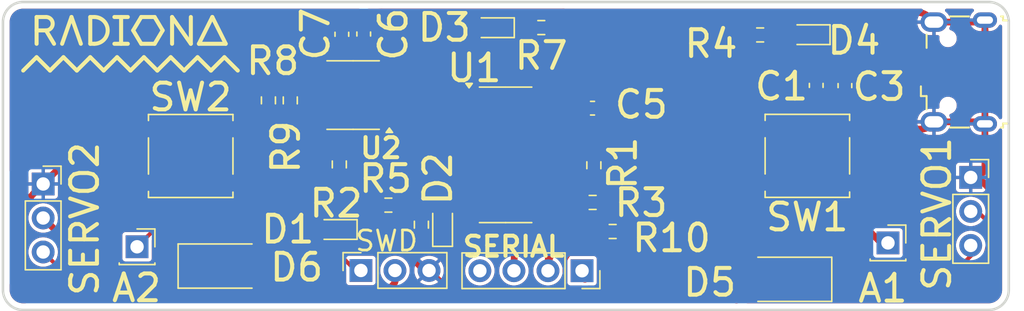
<source format=kicad_pcb>
(kicad_pcb (version 20241229) (generator "pcbnew") (generator_version "9.0")
  (layers (0 "F.Cu" signal) (2 "B.Cu" signal) (13 "F.Paste" user) (15 "B.Paste" user) (5 "F.SilkS" user "F.Silkscreen") (7 "B.SilkS" user "B.Silkscreen") (1 "F.Mask" user) (3 "B.Mask" user) (25 "Edge.Cuts" user))
  (net 0 "")
  (net 1 "VCC")
  (net 2 "GND")
  (net 3 "Net-(D1-K)")
  (net 4 "/SWDIO")
  (net 5 "Net-(D2-A)")
  (net 6 "Net-(D2-K)")
  (net 7 "/UART_RX")
  (net 8 "/UART_TX")
  (net 9 "Net-(D4-K)")
  (net 10 "Net-(D5-K)")
  (net 14 "/BTN1")
  (net 15 "/BTN2")
  (net 16 "Net-(D3-A)")
  (net 17 "Net-(D3-K)")
  (net 18 "/A1")
  (net 19 "/PWM1")
  (net 20 "/A2")
  (net 21 "/PWM2")
  (net 22 "/SDA")
  (net 23 "/SCL")
  (net 24 "Net-(D6-K)")
  (net 25 "unconnected-(J9-Pin_1-Pad1)")
  (footprint "Connector_PinSocket_2.54mm:PinSocket_1x03_P2.54mm_Vertical" (layer "F.Cu") (at 187.02 113.2)
    (property "Reference" "J10" (hide yes))
    (property "Value" "SERVO1" (hide yes))
  )
  (footprint "Resistor_SMD:R_0603_1608Metric_Pad0.98x0.95mm_HandSolder" (layer "F.Cu") (at 160.3225 117.24 180)
    (property "Reference" "R10")
    (property "Value" "10K" (hide yes))
  )
  (footprint "Capacitor_SMD:C_0603_1608Metric_Pad1.08x0.95mm_HandSolder" (layer "F.Cu") (at 141.76 102.49 90)
    (property "Reference" "C6")
    (property "Value" "100n" (hide yes))
  )
  (footprint "LED_SMD:LED_0603_1608Metric_Pad1.05x0.95mm_HandSolder" (layer "F.Cu") (at 139.605 117.09 180)
    (property "Reference" "D1")
    (property "Value" "LED" (hide yes))
  )
  (footprint "Connector_PinSocket_2.54mm:PinSocket_1x04_P2.54mm_Vertical" (layer "F.Cu") (at 158.04 120.17 -90)
    (property "Reference" "J9" (hide yes))
    (property "Value" "Conn_01x04_Pin" (hide yes))
  )
  (footprint "Resistor_SMD:R_0603_1608Metric_Pad0.98x0.95mm_HandSolder" (layer "F.Cu") (at 171.32 102.56 180)
    (property "Reference" "R4")
    (property "Value" "200" (hide yes))
  )
  (footprint "Connector_PinSocket_2.54mm:PinSocket_1x03_P2.54mm_Vertical" (layer "F.Cu") (at 141.55 120.15 90)
    (property "Reference" "J6" (hide yes))
    (property "Value" "SWDIO" (hide yes))
  )
  (footprint "Button_Switch_SMD:SW_SPST_EVPBF" (layer "F.Cu") (at 174.84 111.59)
    (property "Reference" "SW1")
    (property "Value" "SW_Push" (hide yes))
  )
  (footprint "Capacitor_SMD:C_0603_1608Metric_Pad1.08x0.95mm_HandSolder" (layer "F.Cu") (at 158.82 108.03)
    (property "Reference" "C5")
    (property "Value" "10u" (hide yes))
  )
  (footprint "Resistor_SMD:R_0603_1608Metric_Pad0.98x0.95mm_HandSolder" (layer "F.Cu") (at 136.285 107.4475 90)
    (property "Reference" "R9")
    (property "Value" "10K" (hide yes))
  )
  (footprint "Capacitor_SMD:C_0603_1608Metric_Pad1.08x0.95mm_HandSolder" (layer "F.Cu") (at 175.5 106.3275 -90)
    (property "Reference" "C1")
    (property "Value" "100n" (hide yes))
  )
  (footprint "Resistor_SMD:R_0603_1608Metric_Pad0.98x0.95mm_HandSolder" (layer "F.Cu") (at 155 102.01)
    (property "Reference" "R7")
    (property "Value" "200" (hide yes))
  )
  (footprint "Connector_PinSocket_2.54mm:PinSocket_1x01_P2.54mm_Vertical" (layer "F.Cu") (at 124.86 118.38)
    (property "Reference" "J3" (hide yes))
    (property "Value" "A2" (hide yes))
  )
  (footprint "Resistor_SMD:R_0603_1608Metric_Pad0.98x0.95mm_HandSolder" (layer "F.Cu") (at 146.06 116.73 90)
    (property "Reference" "R6" (hide yes))
    (property "Value" "200" (hide yes))
  )
  (footprint "Resistor_SMD:R_0603_1608Metric_Pad0.98x0.95mm_HandSolder" (layer "F.Cu") (at 158.92 112.29 90)
    (property "Reference" "R1")
    (property "Value" "10K" (hide yes))
  )
  (footprint "LED_SMD:LED_0603_1608Metric_Pad1.05x0.95mm_HandSolder" (layer "F.Cu") (at 147.64 116.69 90)
    (property "Reference" "D2")
    (property "Value" "LED" (hide yes))
  )
  (footprint "Resistor_SMD:R_0603_1608Metric_Pad0.98x0.95mm_HandSolder" (layer "F.Cu") (at 158.83 115.07 180)
    (property "Reference" "R3")
    (property "Value" "10K" (hide yes))
  )
  (footprint "Resistor_SMD:R_0603_1608Metric_Pad0.98x0.95mm_HandSolder" (layer "F.Cu") (at 143.6 115.27)
    (property "Reference" "R5")
    (property "Value" "200" (hide yes))
  )
  (footprint "Connector_PinSocket_2.54mm:PinSocket_1x03_P2.54mm_Vertical" (layer "F.Cu") (at 117.86 113.69)
    (property "Reference" "J11" (hide yes))
    (property "Value" "SERVO2" (hide yes))
  )
  (footprint "Resistor_SMD:R_0603_1608Metric_Pad0.98x0.95mm_HandSolder" (layer "F.Cu") (at 139.94 112.23 -90)
    (property "Reference" "R2")
    (property "Value" "10K" (hide yes))
  )
  (footprint "LED_SMD:LED_0603_1608Metric_Pad1.05x0.95mm_HandSolder" (layer "F.Cu") (at 174.87 102.54 180)
    (property "Reference" "D4")
    (property "Value" "LED" (hide yes))
  )
  (footprint "Button_Switch_SMD:SW_SPST_EVPBF" (layer "F.Cu") (at 128.86 111.599744)
    (property "Reference" "SW2")
    (property "Value" "SW_Push" (hide yes))
  )
  (footprint "Connector_PinSocket_2.54mm:PinSocket_1x01_P2.54mm_Vertical" (layer "F.Cu") (at 180.85 118.09)
    (property "Reference" "J2" (hide yes))
    (property "Value" "A1" (hide yes))
  )
  (footprint "LED_SMD:LED_0603_1608Metric_Pad1.05x0.95mm_HandSolder" (layer "F.Cu") (at 151.325 102.02 180)
    (property "Reference" "D3")
    (property "Value" "LED" (hide yes))
  )
  (footprint "Connector_USB:USB_Micro-B_Wuerth_629105150521" (layer "F.Cu") (at 186.13 105.325 90)
    (property "Reference" "J1" (hide yes))
    (property "Value" "USB_B_Micro" (hide yes))
  )
  (footprint "Resistor_SMD:R_0603_1608Metric_Pad0.98x0.95mm_HandSolder" (layer "F.Cu") (at 134.655 107.445 90)
    (property "Reference" "R8")
    (property "Value" "10K" (hide yes))
  )
  (footprint "Capacitor_SMD:C_0603_1608Metric_Pad1.08x0.95mm_HandSolder" (layer "F.Cu") (at 177.64 106.3425 -90)
    (property "Reference" "C3")
    (property "Value" "10nF" (hide yes))
  )
  (footprint "Package_SO:SOIC-8_3.9x4.9mm_P1.27mm" (layer "F.Cu") (at 140.97 107.05 180)
    (property "Reference" "U2")
    (property "Value" "M24C01-RMN" (hide yes))
  )
  (footprint "Diode_SMD:D_SMA" (layer "F.Cu") (at 173.15 120.81 180)
    (property "Reference" "D5")
    (property "Value" "D_Shockley" (hide yes))
  )
  (footprint "Capacitor_SMD:C_0603_1608Metric_Pad1.08x0.95mm_HandSolder" (layer "F.Cu") (at 140.13 102.51 90)
    (property "Reference" "C7")
    (property "Value" "10nF" (hide yes))
  )
  (footprint "Package_SO:SOP-16_3.9x9.9mm_P1.27mm" (layer "F.Cu") (at 152.34 111.515)
    (property "Reference" "U1")
    (property "Value" "CH32V003AxMx" (hide yes))
  )
  (footprint "radiona:radiona" (layer "F.Cu") (at 124.37 102.22)
    (property "Reference" "radiona" (hide yes))
    (property "Value" "radiona" (hide yes))
  )
  (footprint "Diode_SMD:D_SMA" (layer "F.Cu") (at 131.43 119.82)
    (property "Reference" "D6")
    (property "Value" "D_Shockley" (hide yes))
  )
  (gr_poly (pts (xy 116.282813 123.097791) (xy 116.206636 123.091999) (xy 116.131567 123.08246) (xy 116.057699 123.069268) (xy 115.985128 123.052519) (xy 115.913947 123.032306) (xy 115.844251 123.008724) (xy 115.776134 122.981866) (xy 115.709689 122.951827) (xy 115.645012 122.918702) (xy 115.582197 122.882584) (xy 115.521337 122.843567) (xy 115.462527 122.801747) (xy 115.405862 122.757217) (xy 115.351435 122.710071) (xy 115.299341 122.660404) (xy 115.249674 122.60831) (xy 115.202529 122.553884) (xy 115.157999 122.497218) (xy 115.116178 122.438409) (xy 115.077162 122.377549) (xy 115.041044 122.314733) (xy 115.007918 122.250056) (xy 114.97788 122.183612) (xy 114.951022 122.115495) (xy 114.927439 122.045798) (xy 114.907226 121.974617) (xy 114.890477 121.902046) (xy 114.877286 121.828179) (xy 114.867747 121.75311) (xy 114.861954 121.676933) (xy 114.860003 121.599743) (xy 114.860003 101.599745) (xy 114.861954 101.522555) (xy 114.867747 101.446378) (xy 114.877286 101.371309) (xy 114.890477 101.297442) (xy 114.907226 101.224871) (xy 114.927439 101.15369) (xy 114.951022 101.083993) (xy 114.97788 101.015876) (xy 115.007918 100.949432) (xy 115.041044 100.884754) (xy 115.077162 100.821939) (xy 115.116178 100.761079) (xy 115.157999 100.70227) (xy 115.202529 100.645604) (xy 115.249674 100.591178) (xy 115.299341 100.539084) (xy 115.351435 100.489417) (xy 115.405862 100.442271) (xy 115.462527 100.397741) (xy 115.521337 100.355921) (xy 115.582197 100.316904) (xy 115.645012 100.280786) (xy 115.709689 100.247661) (xy 115.776134 100.217622) (xy 115.844251 100.190764) (xy 115.913947 100.167182) (xy 115.985128 100.146969) (xy 116.057699 100.130219) (xy 116.131567 100.117028) (xy 116.206636 100.107489) (xy 116.282813 100.101697) (xy 116.360003 100.099745) (xy 188.359995 100.099745) (xy 188.437185 100.101697) (xy 188.513362 100.107489) (xy 188.588431 100.117028) (xy 188.662298 100.130219) (xy 188.734869 100.146969) (xy 188.80605 100.167182) (xy 188.875747 100.190764) (xy 188.943864 100.217622) (xy 189.010308 100.247661) (xy 189.074985 100.280786) (xy 189.137801 100.316904) (xy 189.198661 100.355921) (xy 189.25747 100.397741) (xy 189.314136 100.442271) (xy 189.368562 100.489417) (xy 189.420656 100.539084) (xy 189.470323 100.591178) (xy 189.517469 100.645604) (xy 189.561999 100.70227) (xy 189.603819 100.761079) (xy 189.642836 100.821939) (xy 189.678954 100.884754) (xy 189.712079 100.949432) (xy 189.742118 101.015876) (xy 189.768976 101.083993) (xy 189.792558 101.15369) (xy 189.812771 101.224871) (xy 189.82952 101.297442) (xy 189.842712 101.371309) (xy 189.852251 101.446378) (xy 189.858043 101.522555) (xy 189.859995 101.599745) (xy 189.859995 121.599743) (xy 189.858043 121.676933) (xy 189.852251 121.75311) (xy 189.842712 121.828179) (xy 189.82952 121.902046) (xy 189.812771 121.974617) (xy 189.792558 122.045798) (xy 189.768976 122.115495) (xy 189.742118 122.183612) (xy 189.712079 122.250056) (xy 189.678954 122.314733) (xy 189.642836 122.377549) (xy 189.603819 122.438409) (xy 189.561999 122.497218) (xy 189.517469 122.553884) (xy 189.470323 122.60831) (xy 189.420656 122.660404) (xy 189.368562 122.710071) (xy 189.314136 122.757217) (xy 189.25747 122.801747) (xy 189.198661 122.843567) (xy 189.137801 122.882584) (xy 189.074985 122.918702) (xy 189.010308 122.951827) (xy 188.943864 122.981866) (xy 188.875747 123.008724) (xy 188.80605 123.032306) (xy 188.734869 123.052519) (xy 188.662298 123.069268) (xy 188.588431 123.08246) (xy 188.513362 123.091999) (xy 188.437185 123.097791) (xy 188.359995 123.099743) (xy 116.360003 123.099743)) (stroke (width 0.188976) (color 208 208 0 1)) (fill no) (layer "Edge.Cuts"))
  (gr_text "SERVO2" (at 120.96 116.3 90) (layer "F.SilkS") (effects (font (size 2 2) (thickness 0.3))))
  (gr_text "SERVO1" (at 184.5 115.93 90) (layer "F.SilkS") (effects (font (size 2 2) (thickness 0.3))))
  (gr_text "SERIAL\n" (at 148.99 119.25 0) (layer "F.SilkS") (effects (font (size 1.5 1.5) (thickness 0.3)) (justify left bottom)))
  (gr_text "SWD" (at 143.47 117.94 0) (layer "F.SilkS") (effects (font (size 1.5 1.5) (thickness 0.2))))
  (gr_text "A2" (at 124.82 121.46 0) (layer "F.SilkS") (effects (font (size 2 2) (thickness 0.3))))
  (gr_text "A1" (at 180.465 121.49 0) (layer "F.SilkS") (effects (font (size 2 2) (thickness 0.3))))
  (segment (start 133.66375 107.36625) (end 134.65375 108.35625) (width 0.5) (layer "F.Cu") (net 1))
  (segment (start 136.1525 108.36) (end 134.659267 108.36) (width 0.5) (layer "F.Cu") (net 1))
  (segment (start 155.25 108.34) (end 154.43 108.34) (width 0.5) (layer "F.Cu") (net 1))
  (segment (start 173.7175 105.465) (end 173.588535 105.465) (width 0.5) (layer "F.Cu") (net 1))
  (segment (start 173.5825 105.4675) (end 173.58 105.47) (width 0.3) (layer "F.Cu") (net 1))
  (segment (start 169.642167 122.317832) (end 171.15 120.81) (width 0.5) (layer "F.Cu") (net 1))
  (segment (start 168.038492 105.465) (end 173.7175 105.465) (width 0.5) (layer "F.Cu") (net 1))
  (segment (start 138.4625 108.955) (end 137.158535 108.955) (width 0.5) (layer "F.Cu") (net 1))
  (segment (start 133.84 105.32) (end 134.61375 104.54625) (width 0.5) (layer "F.Cu") (net 1))
  (segment (start 139.638595 110.163595) (end 138.51798 109.04298) (width 0.5) (layer "F.Cu") (net 1))
  (segment (start 173.7175 105.465) (end 173.9825 105.465) (width 0.5) (layer "F.Cu") (net 1))
  (segment (start 134.65375 108.35625) (end 134.65625 108.35875) (width 0.5) (layer "F.Cu") (net 1))
  (segment (start 159.361546 113.611546) (end 158.96399 113.21399) (width 0.5) (layer "F.Cu") (net 1))
  (segment (start 174.085156 102.885156) (end 175.08811 103.88811) (width 0.3) (layer "F.Cu") (net 1))
  (segment (start 136.643691 108.453691) (end 137.1475 108.9575) (width 0.5) (layer "F.Cu") (net 1))
  (segment (start 169.469225 122.32) (end 143.750954 122.32) (width 0.5) (layer "F.Cu") (net 1))
  (segment (start 144.12 120.82) (end 144.12 120.601213) (width 0.5) (layer "F.Cu") (net 1))
  (segment (start 167.741507 105.465) (end 168.038492 105.465) (width 0.5) (layer "F.Cu") (net 1))
  (segment (start 182.413792 112.313792) (end 182.846207 112.746207) (width 0.3) (layer "F.Cu") (net 1))
  (segment (start 183.876654 120.47) (end 179.776571 120.47) (width 0.3) (layer "F.Cu") (net 1))
  (segment (start 118.996206 109.183792) (end 117.373792 110.806207) (width 0.5) (layer "F.Cu") (net 1))
  (segment (start 134.775 122.265) (end 133.818908 121.308908) (width 0.5) (layer "F.Cu") (net 1))
  (segment (start 173.666036 117.24) (end 161.57375 117.24) (width 0.3) (layer "F.Cu") (net 1))
  (segment (start 169.565128 122.349743) (end 169.541031 122.349743) (width 0.5) (layer "F.Cu") (net 1))
  (segment (start 173.995 102.6675) (end 173.995 102.54) (width 0.3) (layer "F.Cu") (net 1))
  (segment (start 175.5 105.465) (end 175.5 104.8825) (width 0.3) (layer "F.Cu") (net 1))
  (segment (start 143.750954 122.32) (end 141.969045 122.32) (width 0.5) (layer "F.Cu") (net 1))
  (segment (start 134.642218 122.43) (end 117.437781 122.43) (width 0.3) (layer "F.Cu") (net 1))
  (segment (start 173.9825 105.465) (end 173.7175 105.465) (width 0.5) (layer "F.Cu") (net 1))
  (segment (start 133.44 106.285685) (end 133.44 106.826069) (width 0.5) (layer "F.Cu") (net 1))
  (segment (start 159.7375 115.065) (end 159.7325 115.06) (width 0.3) (layer "F.Cu") (net 1))
  (segment (start 168.892045 110.72) (end 178.566036 110.72) (width 0.3) (layer "F.Cu") (net 1))
  (segment (start 133.43 120.37) (end 133.43 119.82) (width 0.5) (layer "F.Cu") (net 1))
  (segment (start 158.1125 107.875) (end 157.8025 108.185) (width 0.5) (layer "F.Cu") (net 1))
  (segment (start 137.447433 103.3725) (end 140.13 103.3725) (width 0.5) (layer "F.Cu") (net 1))
  (segment (start 153.730086 108.050086) (end 150.626292 104.946292) (width 0.5) (layer "F.Cu") (net 1))
  (segment (start 117.195 122.265) (end 116.515 121.585) (width 0.5) (layer "F.Cu") (net 1))
  (segment (start 141.725857 103.3725) (end 140.13 103.3725) (width 0.5) (layer "F.Cu") (net 1))
  (segment (start 144.09 120.528786) (end 144.09 120.15) (width 0.5) (layer "F.Cu") (net 1))
  (segment (start 184.44 116.593963) (end 184.44 119.906654) (width 0.3) (layer "F.Cu") (net 1))
  (segment (start 178.32 105.48) (end 177.650606 105.48) (width 0.3) (layer "F.Cu") (net 1))
  (segment (start 133.84 105.32) (end 134.24 104.92) (width 0.5) (layer "F.Cu") (net 1))
  (segment (start 177.556207 118.876207) (end 178.706956 120.026952) (width 0.3) (layer "F.Cu") (net 1))
  (segment (start 180.954637 106.625) (end 184.23 106.625) (width 0.3) (layer "F.Cu") (net 1))
  (segment (start 136.4175 108.36) (end 136.1525 108.36) (width 0.5) (layer "F.Cu") (net 1))
  (segment (start 134.907781 122.32) (end 141.969045 122.32) (width 0.5) (layer "F.Cu") (net 1))
  (segment (start 167.68 105.823492) (end 167.68 109.507954) (width 0.3) (layer "F.Cu") (net 1))
  (segment (start 177.513792 118.833792) (end 177.556207 118.876207) (width 0.3) (layer "F.Cu") (net 1))
  (segment (start 132.676069 107.59) (end 122.843963 107.59) (width 0.5) (layer "F.Cu") (net 1))
  (segment (start 179.480832 105.960832) (end 179.5725 106.0525) (width 0.3) (layer "F.Cu") (net 1))
  (segment (start 160.995467 116.322967) (end 159.7475 115.075) (width 0.3) (layer "F.Cu") (net 1))
  (segment (start 159.24 106.7475) (end 158.1125 107.875) (width 0.5) (layer "F.Cu") (net 1))
  (segment (start 146.778536 103.3525) (end 141.774142 103.3525) (width 0.5) (layer "F.Cu") (net 1))
  (segment (start 175.5 105.465) (end 173.9825 105.465) (width 0.5) (layer "F.Cu") (net 1))
  (segment (start 159.7475 115.075) (end 159.7375 115.065) (width 0.3) (layer "F.Cu") (net 1))
  (segment (start 158.93625 113.2025) (end 158.92 113.2025) (width 0.5) (layer "F.Cu") (net 1))
  (segment (start 115.78 119.810553) (end 115.78 114.653963) (width 0.5) (layer "F.Cu") (net 1))
  (segment (start 167.741507 105.465) (end 162.336228 105.465) (width 0.5) (layer "F.Cu") (net 1))
  (segment (start 159.7425 114.53125) (end 159.7425 115.062928) (width 0.5) (layer "F.Cu") (net 1))
  (segment (start 139.94 110.89125) (end 139.94 111.3175) (width 0.5) (layer "F.Cu") (net 1))
  (segment (start 155.25 108.34) (end 157.428296 108.34) (width 0.5) (layer "F.Cu") (net 1))
  (segment (start 175.5 105.465) (end 177.614393 105.465) (width 0.3) (layer "F.Cu") (net 1))
  (segment (start 143.489999 121.689999) (end 143.950294 121.229705) (width 0.5) (layer "F.Cu") (net 1))
  (arc (start 168.035 110.365) (mid 168.428215 110.627738) (end 168.892045 110.72) (width 0.3) (layer "F.Cu") (net 1))
  (arc (start 138.495 108.9875) (mid 138.500972 109.017525) (end 138.51798 109.04298) (width 0.5) (layer "F.Cu") (net 1))
  (arc (start 167.785 105.57) (mid 167.798332 105.502969) (end 167.741507 105.465) (width 0.3) (layer "F.Cu") (net 1))
  (arc (start 150.626292 104.946292) (mid 148.860926 103.766713) (end 146.778536 103.3525) (width 0.5) (layer "F.Cu") (net 1))
  (arc (start 160.995467 116.322967) (mid 161.172747 116.588285) (end 161.235 116.90125) (width 0.3) (layer "F.Cu") (net 1))
  (arc (start 158.96399 113.21399) (mid 158.951262 113.205486) (end 158.93625 113.2025) (width 0.5) (layer "F.Cu") (net 1))
  (arc (start 177.513792 118.833792) (mid 175.748426 117.654213) (end 173.666036 117.24) (width 0.3) (layer "F.Cu") (net 1))
  (arc (start 162.336228 105.465) (mid 160.660561 105.79831) (end 159.24 106.7475) (width 0.5) (layer "F.Cu") (net 1))
  (arc (start 134.775 122.375) (mid 134.797781 122.32) (end 134.775 122.265) (width 0.3) (layer "F.Cu") (net 1))
  (arc (start 136.643691 108.453691) (mid 136.539913 108.384349) (end 136.4175 108.36) (width 0.5) (layer "F.Cu") (net 1))
  (arc (start 133.21625 107.36625) (mid 133.381849 107.118412) (end 133.44 106.826069) (width 0.5) (layer "F.Cu") (net 1))
  (arc (start 178.706956 120.026952) (mid 179.1977 120.354856) (end 179.776571 120.47) (width 0.3) (layer "F.Cu") (net 1))
  (arc (start 134.65625 108.35875) (mid 134.657634 108.359675) (end 134.659267 108.36) (width 0.5) (layer "F.Cu") (net 1))
  (arc (start 173.7175 105.465) (mid 173.7175 105.465) (end 173.7175 105.465) (width 0.5) (layer "F.Cu") (net 1))
  (arc (start 122.843963 107.59) (mid 120.761572 108.004213) (end 118.996206 109.183792) (width 0.5) (layer "F.Cu") (net 1))
  (arc (start 133.43 120.37) (mid 133.531073 120.878133) (end 133.818908 121.308908) (width 0.5) (layer "F.Cu") (net 1))
  (arc (start 169.642167 122.317832) (mid 169.606821 122.341449) (end 169.565128 122.349743) (width 0.5) (layer "F.Cu") (net 1))
  (arc (start 177.6325 105.4725) (mid 177.624192 105.466949) (end 177.614393 105.465) (width 0.3) (layer "F.Cu") (net 1))
  (arc (start 159.361546 113.611546) (mid 159.643493 114.033509) (end 159.7425 114.53125) (width 0.5) (layer "F.Cu") (net 1))
  (arc (start 133.84 105.32) (mid 133.84 105.32) (end 133.84 105.32) (width 0.5) (layer "F.Cu") (net 1))
  (arc (start 115.78 119.810553) (mid 115.97102 120.770876) (end 116.515 121.585) (width 0.5) (layer "F.Cu") (net 1))
  (arc (start 175.08811 103.88811) (mid 175.392953 104.34434) (end 175.5 104.8825) (width 0.3) (layer "F.Cu") (net 1))
  (arc (start 173.588535 105.465) (mid 173.585268 105.465649) (end 173.5825 105.4675) (width 0.5) (layer "F.Cu") (net 1))
  (arc (start 141.774142 103.3525) (mid 141.761076 103.355098) (end 141.75 103.3625) (width 0.5) (layer "F.Cu") (net 1))
  (arc (start 184.275 120.305) (mid 184.092237 120.427117) (end 183.876654 120.47) (width 0.3) (layer "F.Cu") (net 1))
  (arc (start 159.7425 115.062928) (mid 159.743799 115.069461) (end 159.7475 115.075) (width 0.5) (layer "F.Cu") (net 1))
  (arc (start 139.638595 110.163595) (mid 139.861667 110.497446) (end 139.94 110.89125) (width 0.5) (layer "F.Cu") (net 1))
  (arc (start 134.775 122.375) (mid 134.714079 122.415705) (end 134.642218 122.43) (width 0.3) (layer "F.Cu") (net 1))
  (arc (start 137.447433 103.3725) (mid 135.913854 103.677547) (end 134.61375 104.54625) (width 0.5) (layer "F.Cu") (net 1))
  (arc (start 161.235 116.90125) (mid 161.334217 117.140782) (end 161.57375 117.24) (width 0.3) (layer "F.Cu") (net 1))
  (arc (start 137.1475 108.9575) (mid 137.15 108.958535) (end 137.1525 108.9575) (width 0.5) (layer "F.Cu") (net 1))
  (arc (start 159.7375 115.065) (mid 159.740691 115.065634) (end 159.7425 115.062928) (width 0.3) (layer "F.Cu") (net 1))
  (arc (start 169.505128 122.334871) (mid 169.5216 122.345877) (end 169.541031 122.349743) (width 0.5) (layer "F.Cu") (net 1))
  (arc (start 133.84 105.32) (mid 133.543956 105.76306) (end 133.44 106.285685) (width 0.5) (layer "F.Cu") (net 1))
  (arc (start 137.158535 108.955) (mid 137.155268 108.955649) (end 137.1525 108.9575) (width 0.5) (layer "F.Cu") (net 1))
  (arc (start 141.969045 122.32) (mid 142.792179 122.156268) (end 143.489999 121.689999) (width 0.5) (layer "F.Cu") (net 1))
  (arc (start 133.21625 107.36625) (mid 132.968412 107.531849) (end 132.676069 107.59) (width 0.5) (layer "F.Cu") (net 1))
  (arc (start 179.5725 106.0525) (mid 180.206629 106.476212) (end 180.954637 106.625) (width 0.3) (layer "F.Cu") (net 1))
  (arc (start 168.038492 105.465) (mid 167.901303 105.492288) (end 167.785 105.57) (width 0.5) (layer "F.Cu") (net 1))
  (arc (start 133.44 106.826069) (mid 133.49815 107.118412) (end 133.66375 107.36625) (width 0.5) (layer "F.Cu") (net 1))
  (arc (start 133.66375 107.36625) (mid 133.44 107.273569) (end 133.21625 107.36625) (width 0.5) (layer "F.Cu") (net 1))
  (arc (start 167.785 105.57) (mid 167.707288 105.686303) (end 167.68 105.823492) (width 0.3) (layer "F.Cu") (net 1))
  (arc (start 182.413792 112.313792) (mid 180.648426 111.134213) (end 178.566036 110.72) (width 0.3) (layer "F.Cu") (net 1))
  (arc (start 138.495 108.9875) (mid 138.48548 108.964519) (end 138.4625 108.955) (width 0.5) (layer "F.Cu") (net 1))
  (arc (start 117.305 122.375) (mid 117.36592 122.415705) (end 117.437781 122.43) (width 0.3) (layer "F.Cu") (net 1))
  (arc (start 134.775 122.265) (mid 134.83592 122.305705) (end 134.907781 122.32) (width 0.5) (layer "F.Cu") (net 1))
  (arc (start 143.489999 121.689999) (mid 143.41 122.092181) (end 143.750954 122.32) (width 0.5) (layer "F.Cu") (net 1))
  (arc (start 157.8025 108.185) (mid 157.630813 108.299716) (end 157.428296 108.34) (width 0.5) (layer "F.Cu") (net 1))
  (arc (start 117.373792 110.806207) (mid 116.194213 112.571572) (end 115.78 114.653963) (width 0.5) (layer "F.Cu") (net 1))
  (arc (start 144.105 120.565) (mid 144.116101 120.581614) (end 144.12 120.601213) (width 0.5) (layer "F.Cu") (net 1))
  (arc (start 169.505128 122.334871) (mid 169.488655 122.323864) (end 169.469225 122.32) (width 0.5) (layer "F.Cu") (net 1))
  (arc (start 179.480832 105.960832) (mid 178.948237 105.604964) (end 178.32 105.48) (width 0.3) (layer "F.Cu") (net 1))
  (arc (start 167.68 109.507954) (mid 167.772261 109.971783) (end 168.035 110.365) (width 0.3) (layer "F.Cu") (net 1))
  (arc (start 144.12 120.82) (mid 144.075894 121.04173) (end 143.950294 121.229705) (width 0.5) (layer "F.Cu") (net 1))
  (arc (start 133.44 106.285685) (mid 133.543956 105.76306) (end 133.84 105.32) (width 0.5) (layer "F.Cu") (net 1))
  (arc (start 141.75 103.3625) (mid 141.738923 103.369901) (end 141.725857 103.3725) (width 0.5) (layer "F.Cu") (net 1))
  (arc (start 153.730086 108.050086) (mid 154.051209 108.264653) (end 154.43 108.34) (width 0.5) (layer "F.Cu") (net 1))
  (arc (start 177.6325 105.4725) (mid 177.640807 105.47805) (end 177.650606 105.48) (width 0.3) (layer "F.Cu") (net 1))
  (arc (start 173.995 102.6675) (mid 174.01843 102.785294) (end 174.085156 102.885156) (width 0.3) (layer "F.Cu") (net 1))
  (arc (start 144.09 120.528786) (mid 144.093898 120.548385) (end 144.105 120.565) (width 0.5) (layer "F.Cu") (net 1))
  (arc (start 184.44 119.906654) (mid 184.397117 120.122237) (end 184.275 120.305) (width 0.3) (layer "F.Cu") (net 1))
  (arc (start 182.846207 112.746207) (mid 184.025786 114.511572) (end 184.44 116.593963) (width 0.3) (layer "F.Cu") (net 1))
  (segment (start 139.394578 112.18) (end 140.457073 112.18) (width 0.3) (layer "F.Cu") (net 2))
  (segment (start 143.519142 106.395) (end 145.497824 106.395) (width 0.5) (layer "F.Cu") (net 2))
  (segment (start 145.73 107.57) (end 145.7175 107.5825) (width 0.5) (layer "F.Cu") (net 2))
  (segment (start 146.984038 120.504038) (end 146.750208 120.270208) (width 0.3) (layer "F.Cu") (net 2))
  (segment (start 159.6825 108.03) (end 158.8925 108.82) (width 0.5) (layer "F.Cu") (net 2))
  (segment (start 156.622096 113.42) (end 154.84 113.42) (width 0.5) (layer "F.Cu") (net 2))
  (segment (start 145.8 107.598994) (end 145.8 108.294834) (width 0.5) (layer "F.Cu") (net 2))
  (segment (start 188.84 115.579997) (end 188.84 117.387172) (width 0.3) (layer "F.Cu") (net 2))
  (segment (start 143.08771 100.849745) (end 156.648351 100.849745) (width 0.5) (layer "F.Cu") (net 2))
  (segment (start 144.917859 115.27) (end 144.7625 115.27) (width 0.5) (layer "F.Cu") (net 2))
  (segment (start 137.649872 110.889872) (end 138.618565 111.858565) (width 0.3) (layer "F.Cu") (net 2))
  (segment (start 143.419142 108.955) (end 143.425 108.955) (width 0.5) (layer "F.Cu") (net 2))
  (segment (start 172.31 109.59) (end 177.663431 109.59) (width 0.5) (layer "F.Cu") (net 2))
  (segment (start 154.84 109.61) (end 156.985271 109.61) (width 0.5) (layer "F.Cu") (net 2))
  (segment (start 144.5125 116.02) (end 144.5125 115.52) (width 0.5) (layer "F.Cu") (net 2))
  (segment (start 145.497824 105.125) (end 143.519142 105.125) (width 0.5) (layer "F.Cu") (net 2))
  (segment (start 147.205961 120.595961) (end 147.645 121.035) (width 0.3) (layer "F.Cu") (net 2))
  (segment (start 187.027071 113.2) (end 187.285857 113.2) (width 0.5) (layer "F.Cu") (net 2))
  (segment (start 188.08 102.215) (end 188.08 101.556066) (width 0.5) (layer "F.Cu") (net 2))
  (segment (start 145.66 106.232824) (end 145.66 106.367175) (width 0.5) (layer "F.Cu") (net 2))
  (segment (start 142.170918 110.83) (end 144.925994 110.83) (width 0.3) (layer "F.Cu") (net 2))
  (segment (start 145.66 107.261005) (end 145.66 106.367175) (width 0.5) (layer "F.Cu") (net 2))
  (segment (start 143.465 108.955) (end 143.425 108.955) (width 0.5) (layer "F.Cu") (net 2))
  (segment (start 158.01454 112.515459) (end 157.955 112.575) (width 0.3) (layer "F.Cu") (net 2))
  (segment (start 177.64 109.453431) (end 177.64 107.215606) (width 0.5) (layer "F.Cu") (net 2))
  (segment (start 157.6675 102.015857) (end 157.6675 101.372803) (width 0.5) (layer "F.Cu") (net 2))
  (segment (start 145.66 106.232824) (end 145.66 105.287175) (width 0.5) (layer "F.Cu") (net 2))
  (segment (start 142.148877 101.238622) (end 141.76 101.6275) (width 0.5) (layer "F.Cu") (net 2))
  (segment (start 186.999999 104.059999) (end 187.539063 103.520936) (width 0.5) (layer "F.Cu") (net 2))
  (segment (start 117.86 113.69) (end 117.175 114.375) (width 0.5) (layer "F.Cu") (net 2))
  (segment (start 120.525526 111.024473) (end 117.86 113.69) (width 0.5) (layer "F.Cu") (net 2))
  (segment (start 177.463792 117.873792) (end 179.186649 119.596649) (width 0.3) (layer "F.Cu") (net 2))
  (segment (start 172.31 109.59) (end 171.61 109.59) (width 0.5) (layer "F.Cu") (net 2))
  (segment (start 158.569669 118.56) (end 157.959116 118.56) (width 0.3) (layer "F.Cu") (net 2))
  (segment (start 169.77125 101.51625) (end 170.263426 102.008426) (width 0.5) (layer "F.Cu") (net 2))
  (segment (start 138.89 107.685) (end 138.495 107.685) (width 0.3) (layer "F.Cu") (net 2))
  (segment (start 156.9475 100.88) (end 157.4425 100.88) (width 0.5) (layer "F.Cu") (net 2))
  (segment (start 143.470857 105.145) (end 143.445 105.145) (width 0.5) (layer "F.Cu") (net 2))
  (segment (start 143.465 108.955) (end 143.470857 108.955) (width 0.5) (layer "F.Cu") (net 2))
  (segment (start 168.235206 100.88) (end 157.4425 100.88) (width 0.5) (layer "F.Cu") (net 2))
  (segment (start 150.72 106.1) (end 150.885822 106.265822) (width 0.3) (layer "F.Cu") (net 2))
  (segment (start 145.95625 115.8175) (end 146.06 115.8175) (width 0.5) (layer "F.Cu") (net 2))
  (segment (start 144.244683 116.795316) (end 142.52 118.52) (width 0.5) (layer "F.Cu") (net 2))
  (segment (start 144.5125 116.14875) (end 144.5125 116.02) (width 0.5) (layer "F.Cu") (net 2))
  (segment (start 134.535227 109.599744) (end 131.74 109.599744) (width 0.3) (layer "F.Cu") (net 2))
  (segment (start 177.776568 109.59) (end 177.663431 109.59) (width 0.5) (layer "F.Cu") (net 2))
  (segment (start 156.721393 100.88) (end 156.9475 100.88) (width 0.5) (layer "F.Cu") (net 2))
  (segment (start 182.103792 113.483792) (end 182.156207 113.536207) (width 0.3) (layer "F.Cu") (net 2))
  (segment (start 170.4075 102.35625) (end 170.4075 102.56) (width 0.5) (layer "F.Cu") (net 2))
  (segment (start 145.518327 107.665) (end 143.519142 107.665) (width 0.5) (layer "F.Cu") (net 2))
  (segment (start 177.776568 109.59) (end 183.358162 109.59) (width 0.5) (layer "F.Cu") (net 2))
  (segment (start 187.823933 101.6) (end 184.789116 101.6) (width 0.5) (layer "F.Cu") (net 2))
  (segment (start 141.76 101.6275) (end 140.164142 101.6275) (width 0.5) (layer "F.Cu") (net 2))
  (segment (start 173.616036 116.28) (end 171.203963 116.28) (width 0.3) (layer "F.Cu") (net 2))
  (segment (start 131.38 121.78) (end 131.39 121.78) (width 0.5) (layer "F.Cu") (net 2))
  (segment (start 188.08 102.215) (end 188.08 103.745) (width 0.5) (layer "F.Cu") (net 2))
  (segment (start 170.683963 111.89) (end 178.256036 111.89) (width 0.3) (layer "F.Cu") (net 2))
  (segment (start 183.75 117.383963) (end 183.75 119.698076) (width 0.3) (layer "F.Cu") (net 2))
  (segment (start 145.57875 115.54375) (end 145.779137 115.744137) (width 0.5) (layer "F.Cu") (net 2))
  (segment (start 148.595492 105.22) (end 145.727175 105.22) (width 0.3) (layer "F.Cu") (net 2))
  (segment (start 151.6 107.99) (end 151.6 108.568664) (width 0.3) (layer "F.Cu") (net 2))
  (segment (start 171.61 109.59) (end 171.274142 109.59) (width 0.5) (layer "F.Cu") (net 2))
  (segment (start 188.84 114.840002) (end 188.84 115.579997) (width 0.5) (layer "F.Cu") (net 2))
  (segment (start 140.14 101.6375) (end 140.13 101.6475) (width 0.5) (layer "F.Cu") (net 2))
  (segment (start 146.169791 120.029791) (end 145.40125 119.26125) (width 0.5) (layer "F.Cu") (net 2))
  (segment (start 170.034793 100.88) (end 183.050883 100.88) (width 0.5) (layer "F.Cu") (net 2))
  (segment (start 187.037071 113.21) (end 187.295 113.21) (width 0.5) (layer "F.Cu") (net 2))
  (segment (start 159.6825 108.03) (end 162.316036 108.03) (width 0.3) (layer "F.Cu") (net 2))
  (segment (start 125.98 109.599744) (end 131.74 109.599744) (width 0.5) (layer "F.Cu") (net 2))
  (segment (start 141.575 110.425) (end 141.845 110.695) (width 0.3) (layer "F.Cu") (net 2))
  (segment (start 174.154264 122.15) (end 184.077172 122.15) (width 0.3) (layer "F.Cu") (net 2))
  (segment (start 168.235206 100.88) (end 170.034793 100.88) (width 0.5) (layer "F.Cu") (net 2))
  (segment (start 147.135 109.915) (end 147.710113 109.339887) (width 0.2) (layer "F.Cu") (net 2))
  (segment (start 148.530673 109) (end 151.168664 109) (width 0.2) (layer "F.Cu") (net 2))
  (segment (start 166.836207 110.296207) (end 166.163792 109.623792) (width 0.3) (layer "F.Cu") (net 2))
  (segment (start 143.470857 107.685) (end 143.445 107.685) (width 0.5) (layer "F.Cu") (net 2))
  (segment (start 158.245 112.42) (end 158.259791 112.42) (width 0.3) (layer "F.Cu") (net 2))
  (segment (start 186.735147 104) (end 184.23 104) (width 0.5) (layer "F.Cu") (net 2))
  (segment (start 157.955 112.575) (end 157.645 112.885) (width 0.3) (layer "F.Cu") (net 2))
  (segment (start 158.670208 112.25) (end 162.666036 112.25) (width 0.3) (layer "F.Cu") (net 2))
  (segment (start 187.454997 113.22) (end 187.334142 113.22) (width 0.5) (layer "F.Cu") (net 2))
  (segment (start 157.645 112.885) (end 157.455 113.075) (width 0.5) (layer "F.Cu") (net 2))
  (segment (start 141.575 110.425) (end 140.129099 108.979099) (width 0.3) (layer "F.Cu") (net 2))
  (segment (start 157.633357 102.01) (end 155.9125 102.01) (width 0.5) (layer "F.Cu") (net 2))
  (segment (start 156.456862 121.52) (end 148.815893 121.52) (width 0.3) (layer "F.Cu") (net 2))
  (segment (start 152.641335 109.61) (end 154.84 109.61) (width 0.5) (layer "F.Cu") (net 2))
  (segment (start 187.819999 112.949999) (end 187.747383 113.022616) (width 0.5) (layer "F.Cu") (net 2))
  (segment (start 132.758406 118.17) (end 135.116949 118.17) (width 0.5) (layer "F.Cu") (net 2))
  (segment (start 173.13 121.125735) (end 173.13 120.248908) (width 0.3) (layer "F.Cu") (net 2))
  (segment (start 188.08 109.306066) (end 188.08 112.322304) (width 0.5) (layer "F.Cu") (net 2))
  (segment (start 172.191091 119.31) (end 160.38033 119.31) (width 0.3) (layer "F.Cu") (net 2))
  (segment (start 187.685452 113.315457) (end 188.578372 114.208377) (width 0.5) (layer "F.Cu") (net 2))
  (segment (start 156.73 121.246862) (end 156.73 119.789116) (width 0.3) (layer "F.Cu") (net 2))
  (segment (start 157.370008 101.055008) (end 157.67125 101.35625) (width 0.5) (layer "F.Cu") (net 2))
  (segment (start 136.375 117.885) (end 137.01 118.52) (width 0.5) (layer "F.Cu") (net 2))
  (segment (start 139.564307 107.964307) (end 139.8109 108.2109) (width 0.3) (layer "F.Cu") (net 2))
  (segment (start 131.39 121.78) (end 131.7 121.47) (width 0.5) (layer "F.Cu") (net 2))
  (segment (start 131.7 121.47) (end 131.7 119.228406) (width 0.5) (layer "F.Cu") (net 2))
  (segment (start 143.370857 108.935) (end 142.725 108.935) (width 0.5) (layer "F.Cu") (net 2))
  (segment (start 144.5125 115.52) (end 144.5125 116.02) (width 0.5) (layer "F.Cu") (net 2))
  (segment (start 116.49 116.028736) (end 116.49 119.041558) (width 0.5) (layer "F.Cu") (net 2))
  (segment (start 177.614393 107.19) (end 175.5 107.19) (width 0.5) (layer "F.Cu") (net 2))
  (segment (start 119.238441 121.79) (end 131.37 121.79) (width 0.5) (layer "F.Cu") (net 2))
  (segment (start 143.470857 106.415) (end 143.445 106.415) (width 0.5) (layer "F.Cu") (net 2))
  (segment (start 123.965128 109.599744) (end 125.98 109.599744) (width 0.5) (layer "F.Cu") (net 2))
  (segment (start 141.844999 110.964999) (end 140.752278 112.057722) (width 0.3) (layer "F.Cu") (net 2))
  (segment (start 171.25 109.6) (end 171.24 109.61) (width 0.5) (layer "F.Cu") (net 2))
  (segment (start 166.513792 113.843792) (end 167.356207 114.686207) (width 0.3) (layer "F.Cu") (net 2))
  (segment (start 188.08 109.093933) (end 188.08 103.745) (width 0.5) (layer "F.Cu") (net 2))
  (segment (start 187.823933 109.05) (end 184.661837 109.05) (width 0.5) (layer "F.Cu") (net 2))
  (segment (start 144.5125 116.02) (end 144.5125 117.115617) (width 0.5) (layer "F.Cu") (net 2))
  (segment (start 188.08 109.093933) (end 188.08 109.306066) (width 0.5) (layer "F.Cu") (net 2))
  (segment (start 145.159834 108.935) (end 143.519142 108.935) (width 0.5) (layer "F.Cu") (net 2))
  (segment (start 183.528076 119.92) (end 179.967287 119.92) (width 0.3) (layer "F.Cu") (net 2))
  (segment (start 131.37 121.79) (end 131.38 121.78) (width 0.5) (layer "F.Cu") (net 2))
  (arc (start 117.295 120.985) (mid 118.186658 121.580787) (end 119.238441 121.79) (width 0.5) (layer "F.Cu") (net 2))
  (arc (start 187.31 113.21) (mid 187.298923 113.202598) (end 187.285857 113.2) (width 0.5) (layer "F.Cu") (net 2))
  (arc (start 187.445 120.755) (mid 185.899827 121.787451) (end 184.077172 122.15) (width 0.3) (layer "F.Cu") (net 2))
  (arc (start 186.88 104.06) (mid 186.939999 104.084852) (end 186.999999 104.059999) (width 0.5) (layer "F.Cu") (net 2))
  (arc (start 183.685 119.855) (mid 183.613002 119.903107) (end 183.528076 119.92) (width 0.3) (layer "F.Cu") (net 2))
  (arc (start 145.73 107.57) (mid 145.758994 107.5) (end 145.73 107.43) (width 0.5) (layer "F.Cu") (net 2))
  (arc (start 171.274142 109.59) (mid 171.261076 109.592598) (end 171.25 109.6) (width 0.5) (layer "F.Cu") (net 2))
  (arc (start 156.73 121.246862) (mid 156.709208 121.351387) (end 156.65 121.44) (width 0.3) (layer "F.Cu") (net 2))
  (arc (start 188.08 112.322304) (mid 188.012427 112.66201) (end 187.819999 112.949999) (width 0.5) (layer "F.Cu") (net 2))
  (arc (start 140.164142 101.6275) (mid 140.151076 101.630098) (end 140.14 101.6375) (width 0.5) (layer "F.Cu") (net 2))
  (arc (start 146.750208 120.270208) (mid 146.617059 120.181241) (end 146.46 120.15) (width 0.3) (layer "F.Cu") (net 2))
  (arc (start 184.661837 109.05) (mid 184.309065 109.12017) (end 184.01 109.32) (width 0.5) (layer "F.Cu") (net 2))
  (arc (start 188.005 101.525) (mid 187.921925 101.580508) (end 187.823933 101.6) (width 0.5) (layer "F.Cu") (net 2))
  (arc (start 144.5125 116.02) (mid 144.5125 116.02) (end 144.5125 116.02) (width 0.5) (layer "F.Cu") (net 2))
  (arc (start 147.645 121.035) (mid 148.18221 121.393952) (end 148.815893 121.52) (width 0.3) (layer "F.Cu") (net 2))
  (arc (start 139.8109 108.2109) (mid 139.928651 108.387126) (end 139.97 108.595) (width 0.3) (layer "F.Cu") (net 2))
  (arc (start 183.92 101.24) (mid 183.521245 100.97356) (end 183.050883 100.88) (width 0.5) (layer "F.Cu") (net 2))
  (arc (start 156.684872 100.864872) (mid 156.701628 100.876068) (end 156.721393 100.88) (width 0.5) (layer "F.Cu") (net 2))
  (arc (start 157.959116 118.56) (mid 157.488753 118.65356) (end 157.09 118.92) (width 0.3) (layer "F.Cu") (net 2))
  (arc (start 157.4425 100.88) (mid 157.347785 100.943285) (end 157.370008 101.055008) (width 0.5) (layer "F.Cu") (net 2))
  (arc (start 140.752278 112.057722) (mid 140.616837 112.148221) (end 140.457073 112.18) (width 0.3) (layer "F.Cu") (net 2))
  (arc (start 157.67125 101.35625) (mid 157.672803 101.36) (end 157.67125 101.36375) (width 0.5) (layer "F.Cu") (net 2))
  (arc (start 145.66 107.261005) (mid 145.678192 107.352464) (end 145.73 107.43) (width 0.5) (layer "F.Cu") (net 2))
  (arc (start 187.539063 103.520936) (mid 187.939415 102.921767) (end 188.08 102.215) (width 0.5) (layer "F.Cu") (net 2))
  (arc (start 150.72 106.1) (mid 149.745267 105.448704) (end 148.595492 105.22) (width 0.3) (layer "F.Cu") (net 2))
  (arc (start 156.65 121.44) (mid 156.561387 121.499208) (end 156.456862 121.52) (width 0.3) (layer "F.Cu") (net 2))
  (arc (start 117.175 114.375) (mid 116.668025 115.13374) (end 116.49 116.028736) (width 0.5) (layer "F.Cu") (net 2))
  (arc (start 188.08 101.556066) (mid 188.052878 101.515476) (end 188.005 101.525) (width 0.5) (layer "F.Cu") (net 2))
  (arc (start 138.618565 111.858565) (mid 138.974603 112.096462) (end 139.394578 112.18) (width 0.3) (layer "F.Cu") (net 2))
  (arc (start 150.885822 106.265822) (mid 151.414391 107.056881) (end 151.6 107.99) (width 0.3) (layer "F.Cu") (net 2))
  (arc (start 172.855 119.585) (mid 173.058529 119.889603) (end 173.13 120.248908) (width 0.3) (layer "F.Cu") (net 2))
  (arc (start 157.455 113.075) (mid 157.07286 113.330337) (end 156.622096 113.42) (width 0.5) (layer "F.Cu") (net 2))
  (arc (start 177.6325 107.1975) (mid 177.624192 107.191949) (end 177.614393 107.19) (width 0.5) (layer "F.Cu") (net 2))
  (arc (start 116.49 119.041558) (mid 116.699212 120.093341) (end 117.295 120.985) (width 0.5) (layer "F.Cu") (net 2))
  (arc (start 172.855 119.585) (mid 172.550396 119.38147) (end 172.191091 119.31) (width 0.3) (layer "F.Cu") (net 2))
  (arc (start 143.495 105.135) (mid 143.483923 105.142401) (end 143.470857 105.145) (width 0.5) (layer "F.Cu") (net 2))
  (arc (start 144.5125 116.14875) (mid 144.442896 116.498669) (end 144.244683 116.795316) (width 0.5) (layer "F.Cu") (net 2))
  (arc (start 145.8 108.294834) (mid 145.75127 108.539815) (end 145.6125 108.7475) (width 0.5) (layer "F.Cu") (net 2))
  (arc (start 188.578372 114.208377) (mid 188.772005 114.498169) (end 188.84 114.840002) (width 0.5) (layer "F.Cu") (net 2))
  (arc (start 182.156207 113.536207) (mid 183.335786 115.301572) (end 183.75 117.383963) (width 0.3) (layer "F.Cu") (net 2))
  (arc (start 145.779137 115.744137) (mid 145.860397 115.798433) (end 145.95625 115.8175) (width 0.5) (layer "F.Cu") (net 2))
  (arc (start 143.395 108.945) (mid 143.383923 108.937598) (end 143.370857 108.935) (width 0.5) (layer "F.Cu") (net 2))
  (arc (start 143.519142 107.665) (mid 143.506076 107.667598) (end 143.495 107.675) (width 0.5) (layer "F.Cu") (net 2))
  (arc (start 145.727175 105.22) (mid 145.679675 105.239675) (end 145.66 105.287175) (width 0.3) (layer "F.Cu") (net 2))
  (arc (start 151.168664 109) (mid 151.473664 108.873664) (end 151.6 108.568664) (width 0.2) (layer "F.Cu") (net 2))
  (arc (start 151.905 109.305) (mid 152.242833 109.530733) (end 152.641335 109.61) (width 0.5) (layer "F.Cu") (net 2))
  (arc (start 145.66 105.287175) (mid 145.647655 105.225113) (end 145.6125 105.1725) (width 0.5) (layer "F.Cu") (net 2))
  (arc (start 170.263426 102.008426) (mid 170.370056 102.168009) (end 170.4075 102.35625) (width 0.5) (layer "F.Cu") (net 2))
  (arc (start 148.530673 109) (mid 148.086589 109.088334) (end 147.710113 109.339887) (width 0.2) (layer "F.Cu") (net 2))
  (arc (start 177.6325 107.1975) (mid 177.63805 107.205807) (end 177.64 107.215606) (width 0.5) (layer "F.Cu") (net 2))
  (arc (start 167.356207 114.686207) (mid 169.121572 115.865786) (end 171.203963 116.28) (width 0.3) (layer "F.Cu") (net 2))
  (arc (start 166.836207 110.296207) (mid 168.601572 111.475786) (end 170.683963 111.89) (width 0.3) (layer "F.Cu") (net 2))
  (arc (start 151.905 109.305) (mid 151.567166 109.079266) (end 151.168664 109) (width 0.5) (layer "F.Cu") (net 2))
  (arc (start 177.663431 109.59) (mid 177.685079 109.575535) (end 177.68 109.55) (width 0.5) (layer "F.Cu") (net 2))
  (arc (start 147.135 109.915) (mid 146.121499 110.592199) (end 144.925994 110.83) (width 0.3) (layer "F.Cu") (net 2))
  (arc (start 141.844999 110.964999) (mid 141.900918 110.829999) (end 141.845 110.695) (width 0.3) (layer "F.Cu") (net 2))
  (arc (start 188.08 103.745) (mid 187.884388 103.452246) (end 187.539063 103.520936) (width 0.5) (layer "F.Cu") (net 2))
  (arc (start 144.7625 115.27) (mid 144.585723 115.343223) (end 144.5125 115.52) (width 0.5) (layer "F.Cu") (net 2))
  (arc (start 132.01 118.48) (mid 132.353371 118.250566) (end 132.758406 118.17) (width 0.5) (layer "F.Cu") (net 2))
  (arc (start 184.01 109.32) (mid 183.710934 109.519829) (end 183.358162 109.59) (width 0.5) (layer "F.Cu") (net 2))
  (arc (start 183.92 101.24) (mid 184.318753 101.506439) (end 184.789116 101.6) (width 0.5) (layer "F.Cu") (net 2))
  (arc (start 146.984038 120.504038) (mid 147.034947 120.538054) (end 147.095 120.55) (width 0.3) (layer "F.Cu") (net 2))
  (arc (start 145.73 107.43) (mid 145.781807 107.507535) (end 145.8 107.598994) (width 0.5) (layer "F.Cu") (net 2))
  (arc (start 187.027071 113.2) (mid 187.024365 113.201808) (end 187.025 113.205) (width 0.5) (layer "F.Cu") (net 2))
  (arc (start 135.116949 118.17) (mid 135.489319 118.09593) (end 135.805 117.885) (width 0.5) (layer "F.Cu") (net 2))
  (arc (start 151.6 108.568664) (mid 151.679266 108.967166) (end 151.905 109.305) (width 0.3) (layer "F.Cu") (net 2))
  (arc (start 177.64 109.453431) (mid 177.650395 109.505693) (end 177.68 109.55) (width 0.5) (layer "F.Cu") (net 2))
  (arc (start 143.08771 100.849745) (mid 142.579617 100.95081) (end 142.148877 101.238622) (width 0.5) (layer "F.Cu") (net 2))
  (arc (start 157.370008 101.055008) (mid 157.176159 100.925483) (end 156.9475 100.88) (width 0.5) (layer "F.Cu") (net 2))
  (arc (start 188.08 109.306066) (mid 188.060508 109.208073) (end 188.005 109.125) (width 0.5) (layer "F.Cu") (net 2))
  (arc (start 158.8925 108.82) (mid 158.017455 109.404685) (end 156.985271 109.61) (width 0.5) (layer "F.Cu") (net 2))
  (arc (start 143.519142 106.395) (mid 143.506076 106.397598) (end 143.495 106.405) (width 0.5) (layer "F.Cu") (net 2))
  (arc (start 187.747383 113.022616) (mid 187.539827 113.1613) (end 187.295 113.21) (width 0.5) (layer "F.Cu") (net 2))
  (arc (start 135.805 117.885) (mid 136.09 117.766949) (end 136.375 117.885) (width 0.5) (layer "F.Cu") (net 2))
  (arc (start 166.163792 109.623792) (mid 164.398426 108.444213) (end 162.316036 108.03) (width 0.3) (layer "F.Cu") (net 2))
  (arc (start 139.97 108.595) (mid 140.011348 108.802872) (end 140.129099 108.979099) (width 0.3) (layer "F.Cu") (net 2))
  (arc (start 157.6575 102.02) (mid 157.646423 102.012598) (end 157.633357 102.01) (width 0.5) (layer "F.Cu") (net 2))
  (arc (start 146.169791 120.029791) (mid 146.30294 120.118758) (end 146.46 120.15) (width 0.5) (layer "F.Cu") (net 2))
  (arc (start 147.205961 120.595961) (mid 147.155051 120.561944) (end 147.095 120.55) (width 0.3) (layer "F.Cu") (net 2))
  (arc (start 187.025 113.205) (mid 187.030538 113.2087) (end 187.037071 113.21) (width 0.5) (layer "F.Cu") (net 2))
  (arc (start 156.684872 100.864872) (mid 156.668116 100.853676) (end 156.648351 100.849745) (width 0.5) (layer "F.Cu") (net 2))
  (arc (start 186.88 104.06) (mid 186.81354 104.015593) (end 186.735147 104) (width 0.5) (layer "F.Cu") (net 2))
  (arc (start 143.519142 108.935) (mid 143.506076 108.937598) (end 143.495 108.945) (width 0.5) (layer "F.Cu") (net 2))
  (arc (start 145.6125 106.3475) (mid 145.647655 106.294886) (end 145.66 106.232824) (width 0.5) (layer "F.Cu") (net 2))
  (arc (start 143.519142 105.125) (mid 143.506076 105.127598) (end 143.495 105.135) (width 0.5) (layer "F.Cu") (net 2))
  (arc (start 139.564307 107.964307) (mid 139.254932 107.757589) (end 138.89 107.685) (width 0.3) (layer "F.Cu") (net 2))
  (arc (start 145.66 106.367175) (mid 145.642823 106.341468) (end 145.6125 106.3475) (width 0.5) (layer "F.Cu") (net 2))
  (arc (start 187.31 113.21) (mid 187.321076 113.217401) (end 187.334142 113.22) (width 0.5) (layer "F.Cu") (net 2))
  (arc (start 188.005 109.125) (mid 188.052878 109.134523) (end 188.08 109.093933) (width 0.5) (layer "F.Cu") (net 2))
  (arc (start 169.77125 101.51625) (mid 169.066507 101.045355) (end 168.235206 100.88) (width 0.5) (layer "F.Cu") (net 2))
  (arc (start 145.6125 106.3475) (mid 145.559886 106.382655) (end 145.497824 106.395) (width 0.5) (layer "F.Cu") (net 2))
  (arc (start 188.005 109.125) (mid 187.921925 109.069491) (end 187.823933 109.05) (width 0.5) (layer "F.Cu") (net 2))
  (arc (start 145.8 107.598994) (mid 145.774686 107.56111) (end 145.73 107.57) (width 0.5) (layer "F.Cu") (net 2))
  (arc (start 157.6575 102.02) (mid 157.663883 102.021269) (end 157.6675 102.015857) (width 0.5) (layer "F.Cu") (net 2))
  (arc (start 157.09 118.92) (mid 156.82356 119.318753) (end 156.73 119.789116) (width 0.3) (layer "F.Cu") (net 2))
  (arc (start 187.685452 113.315457) (mid 187.579718 113.244808) (end 187.454997 113.22) (width 0.5) (layer "F.Cu") (net 2))
  (arc (start 188.84 117.387172) (mid 188.477451 119.209827) (end 187.445 120.755) (width 0.3) (layer "F.Cu") (net 2))
  (arc (start 158.465 112.335) (mid 158.370849 112.397909) (end 158.259791 112.42) (width 0.3) (layer "F.Cu") (net 2))
  (arc (start 179.186649 119.596649) (mid 179.544809 119.835964) (end 179.967287 119.92) (width 0.3) (layer "F.Cu") (net 2))
  (arc (start 143.495 108.945) (mid 143.483923 108.952401) (end 143.470857 108.955) (width 0.5) (layer "F.Cu") (net 2))
  (arc (start 145.6125 108.7475) (mid 145.404815 108.88627) (end 145.159834 108.935) (width 0.5) (layer "F.Cu") (net 2))
  (arc (start 143.395 108.945) (mid 143.406076 108.952401) (end 143.419142 108.955) (width 0.5) (layer "F.Cu") (net 2))
  (arc (start 159.475 118.935) (mid 159.890368 119.21254) (end 160.38033 119.31) (width 0.3) (layer "F.Cu") (net 2))
  (arc (start 145.6125 105.1725) (mid 145.559886 105.137344) (end 145.497824 105.125) (width 0.5) (layer "F.Cu") (net 2))
  (arc (start 177.463792 117.873792) (mid 175.698426 116.694213) (end 173.616036 116.28) (width 0.3) (layer "F.Cu") (net 2))
  (arc (start 157.67125 101.36375) (mid 157.668474 101.367903) (end 157.6675 101.372803) (width 0.5) (layer "F.Cu") (net 2))
  (arc (start 177.68 109.55) (mid 177.724305 109.579604) (end 177.776568 109.59) (width 0.5) (layer "F.Cu") (net 2))
  (arc (start 123.965128 109.599744) (mid 122.103628 109.970019) (end 120.525526 111.024473) (width 0.5) (layer "F.Cu") (net 2))
  (arc (start 183.75 119.698076) (mid 183.733107 119.783002) (end 183.685 119.855) (width 0.3) (layer "F.Cu") (net 2))
  (arc (start 158.245 112.42) (mid 158.120276 112.444808) (end 158.01454 112.515459) (width 0.3) (layer "F.Cu") (net 2))
  (arc (start 173.43 121.85) (mid 173.762295 122.072032) (end 174.154264 122.15) (width 0.3) (layer "F.Cu") (net 2))
  (arc (start 141.845 110.695) (mid 141.994532 110.794914) (end 142.170918 110.83) (width 0.3) (layer "F.Cu") (net 2))
  (arc (start 173.13 121.125735) (mid 173.207967 121.517704) (end 173.43 121.85) (width 0.3) (layer "F.Cu") (net 2))
  (arc (start 170.034793 100.88) (mid 169.690457 101.110077) (end 169.77125 101.51625) (width 0.5) (layer "F.Cu") (net 2))
  (arc (start 144.5125 117.115617) (mid 144.743478 118.276825) (end 145.40125 119.26125) (width 0.5) (layer "F.Cu") (net 2))
  (arc (start 145.7175 107.5825) (mid 145.626118 107.643558) (end 145.518327 107.665) (width 0.5) (layer "F.Cu") (net 2))
  (arc (start 166.513792 113.843792) (mid 164.748426 112.664213) (end 162.666036 112.25) (width 0.3) (layer "F.Cu") (net 2))
  (arc (start 145.6125 105.1725) (mid 145.665113 105.207655) (end 145.727175 105.22) (width 0.5) (layer "F.Cu") (net 2))
  (arc (start 158.670208 112.25) (mid 158.55915 112.27209) (end 158.465 112.335) (width 0.3) (layer "F.Cu") (net 2))
  (arc (start 159.475 118.935) (mid 159.05963 118.657459) (end 158.569669 118.56) (width 0.3) (layer "F.Cu") (net 2))
  (arc (start 143.495 107.675) (mid 143.483923 107.682401) (end 143.470857 107.685) (width 0.5) (layer "F.Cu") (net 2))
  (arc (start 182.103792 113.483792) (mid 180.338426 112.304213) (end 178.256036 111.89) (width 0.3) (layer "F.Cu") (net 2))
  (arc (start 142.170918 110.83) (mid 141.994532 110.865085) (end 141.844999 110.964999) (width 0.3) (layer "F.Cu") (net 2))
  (arc (start 143.495 106.405) (mid 143.483923 106.412401) (end 143.470857 106.415) (width 0.5) (layer "F.Cu") (net 2))
  (arc (start 145.57875 115.54375) (mid 145.27553 115.341145) (end 144.917859 115.27) (width 0.5) (layer "F.Cu") (net 2))
  (arc (start 137.649872 110.889872) (mid 136.22086 109.935037) (end 134.535227 109.599744) (width 0.3) (layer "F.Cu") (net 2))
  (arc (start 131.7 119.228406) (mid 131.780566 118.823371) (end 132.01 118.48) (width 0.5) (layer "F.Cu") (net 2))
  (segment (start 142.311888 115.368111) (end 140.62889 117.051109) (width 0.5) (layer "F.Cu") (net 3))
  (segment (start 140.535 117.09) (end 140.48 117.09) (width 0.5) (layer "F.Cu") (net 3))
  (segment (start 142.54875 115.27) (end 142.6875 115.27) (width 0.5) (layer "F.Cu") (net 3))
  (arc (start 140.62889 117.051109) (mid 140.585813 117.079892) (end 140.535 117.09) (width 0.5) (layer "F.Cu") (net 3))
  (arc (start 142.54875 115.27) (mid 142.420561 115.295498) (end 142.311888 115.368111) (width 0.5) (layer "F.Cu") (net 3))
  (segment (start 141.35 120.15) (end 141.55 120.15) (width 0.3) (layer "F.Cu") (net 4))
  (segment (start 140.830624 115.779375) (end 142.081646 114.528356) (width 0.3) (layer "F.Cu") (net 4))
  (segment (start 139.284999 116.304999) (end 139.201317 116.388682) (width 0.3) (layer "F.Cu") (net 4))
  (segment (start 139.96 116.14) (end 139.683345 116.14) (width 0.3) (layer "F.Cu") (net 4))
  (segment (start 142.705372 114.27) (end 147.633015 114.27) (width 0.3) (layer "F.Cu") (net 4))
  (segment (start 138.924999 116.894999) (end 139.038682 116.781317) (width 0.3) (layer "F.Cu") (net 4))
  (segment (start 138.956274 117.956274) (end 141.008578 120.008578) (width 0.3) (layer "F.Cu") (net 4))
  (segment (start 138.73 117.41) (end 138.73 117.365771) (width 0.3) (layer "F.Cu") (net 4))
  (segment (start 148.646984 114.69) (end 149.84 114.69) (width 0.3) (layer "F.Cu") (net 4))
  (arc (start 139.683345 116.14) (mid 139.467762 116.182881) (end 139.284999 116.304999) (width 0.3) (layer "F.Cu") (net 4))
  (arc (start 142.705372 114.27) (mid 142.367814 114.337144) (end 142.081646 114.528356) (width 0.3) (layer "F.Cu") (net 4))
  (arc (start 141.008578 120.008578) (mid 141.165223 120.113245) (end 141.35 120.15) (width 0.3) (layer "F.Cu") (net 4))
  (arc (start 138.924999 116.894999) (mid 138.780678 117.110991) (end 138.73 117.365771) (width 0.3) (layer "F.Cu") (net 4))
  (arc (start 148.14 114.48) (mid 148.372606 114.635422) (end 148.646984 114.69) (width 0.3) (layer "F.Cu") (net 4))
  (arc (start 148.14 114.48) (mid 147.907393 114.324577) (end 147.633015 114.27) (width 0.3) (layer "F.Cu") (net 4))
  (arc (start 139.201317 116.388682) (mid 139.141133 116.478753) (end 139.12 116.585) (width 0.3) (layer "F.Cu") (net 4))
  (arc (start 139.12 116.585) (mid 139.098866 116.691246) (end 139.038682 116.781317) (width 0.3) (layer "F.Cu") (net 4))
  (arc (start 138.73 117.41) (mid 138.788806 117.705641) (end 138.956274 117.956274) (width 0.3) (layer "F.Cu") (net 4))
  (arc (start 140.830624 115.779375) (mid 140.431178 116.046276) (end 139.96 116.14) (width 0.3) (layer "F.Cu") (net 4))
  (segment (start 147.64 115.835) (end 147.64 115.815) (width 0.5) (layer "F.Cu") (net 5))
  (segment (start 147.819246 115.96) (end 149.84 115.96) (width 0.5) (layer "F.Cu") (net 5))
  (segment (start 147.6925 115.9075) (end 147.654142 115.869142) (width 0.5) (layer "F.Cu") (net 5))
  (arc (start 147.64 115.835) (mid 147.643675 115.853477) (end 147.654142 115.869142) (width 0.5) (layer "F.Cu") (net 5))
  (arc (start 147.6925 115.9075) (mid 147.750651 115.946355) (end 147.819246 115.96) (width 0.5) (layer "F.Cu") (net 5))
  (segment (start 147.64 117.790251) (end 147.64 117.565) (width 0.5) (layer "F.Cu") (net 6))
  (segment (start 147.580251 117.85) (end 146.414224 117.85) (width 0.5) (layer "F.Cu") (net 6))
  (segment (start 146.16375 117.74625) (end 146.06 117.6425) (width 0.5) (layer "F.Cu") (net 6))
  (arc (start 146.16375 117.74625) (mid 146.278668 117.823036) (end 146.414224 117.85) (width 0.5) (layer "F.Cu") (net 6))
  (arc (start 147.64 117.790251) (mid 147.635451 117.813116) (end 147.6225 117.8325) (width 0.5) (layer "F.Cu") (net 6))
  (arc (start 147.6225 117.8325) (mid 147.603116 117.845451) (end 147.580251 117.85) (width 0.5) (layer "F.Cu") (net 6))
  (segment (start 155.52 120.535857) (end 155.52 117.120832) (width 0.5) (layer "F.Cu") (net 7))
  (segment (start 155.52 119.825) (end 155.52 120.535857) (width 0.5) (layer "F.Cu") (net 7))
  (segment (start 156.662286 117.957713) (end 156.032652 118.587347) (width 0.5) (layer "F.Cu") (net 7))
  (segment (start 155.5 120.515857) (end 155.5 120.17) (width 0.5) (layer "F.Cu") (net 7))
  (segment (start 155.18 116.3) (end 154.84 115.96) (width 0.5) (layer "F.Cu") (net 7))
  (segment (start 158.395 117.24) (end 159.41 117.24) (width 0.5) (layer "F.Cu") (net 7))
  (arc (start 156.032652 118.587347) (mid 155.653233 119.155187) (end 155.52 119.825) (width 0.5) (layer "F.Cu") (net 7))
  (arc (start 158.395 117.24) (mid 157.457262 117.426527) (end 156.662286 117.957713) (width 0.5) (layer "F.Cu") (net 7))
  (arc (start 155.51 120.54) (mid 155.516383 120.541269) (end 155.52 120.535857) (width 0.5) (layer "F.Cu") (net 7))
  (arc (start 155.52 120.535857) (mid 155.516383 120.541269) (end 155.51 120.54) (width 0.5) (layer "F.Cu") (net 7))
  (arc (start 155.52 120.535857) (mid 155.52 120.535857) (end 155.52 120.535857) (width 0.5) (layer "F.Cu") (net 7))
  (arc (start 155.18 116.3) (mid 155.431636 116.676601) (end 155.52 117.120832) (width 0.5) (layer "F.Cu") (net 7))
  (arc (start 155.5 120.515857) (mid 155.502598 120.528923) (end 155.51 120.54) (width 0.5) (layer "F.Cu") (net 7))
  (segment (start 152.98 120.135857) (end 152.98 115.372842) (width 0.5) (layer "F.Cu") (net 8))
  (segment (start 152.97 120.16) (end 152.96 120.17) (width 0.5) (layer "F.Cu") (net 8))
  (segment (start 157.2787 115.07) (end 157.9175 115.07) (width 0.5) (layer "F.Cu") (net 8))
  (segment (start 156.361299 114.69) (end 154.84 114.69) (width 0.5) (layer "F.Cu") (net 8))
  (segment (start 154.84 114.69) (end 153.662842 114.69) (width 0.5) (layer "F.Cu") (net 8))
  (arc (start 156.82 114.88) (mid 157.030453 115.02062) (end 157.2787 115.07) (width 0.5) (layer "F.Cu") (net 8))
  (arc (start 156.82 114.88) (mid 156.609546 114.739379) (end 156.361299 114.69) (width 0.5) (layer "F.Cu") (net 8))
  (arc (start 153.662842 114.69) (mid 153.401529 114.741978) (end 153.18 114.89) (width 0.5) (layer "F.Cu") (net 8))
  (arc (start 152.98 120.135857) (mid 152.977401 120.148923) (end 152.97 120.16) (width 0.5) (layer "F.Cu") (net 8))
  (arc (start 153.18 114.89) (mid 153.031978 115.111529) (end 152.98 115.372842) (width 0.5) (layer "F.Cu") (net 8))
  (segment (start 174.174461 101.62) (end 173.713415 101.62) (width 0.3) (layer "F.Cu") (net 9))
  (segment (start 175.285 102.08) (end 175.745 102.54) (width 0.3) (layer "F.Cu") (net 9))
  (segment (start 172.2325 102.52375) (end 172.2325 102.56) (width 0.3) (layer "F.Cu") (net 9))
  (segment (start 172.258132 102.461867) (end 172.66625 102.05375) (width 0.3) (layer "F.Cu") (net 9))
  (arc (start 175.285 102.08) (mid 174.77548 101.73955) (end 174.174461 101.62) (width 0.3) (layer "F.Cu") (net 9))
  (arc (start 172.258132 102.461867) (mid 172.239161 102.490259) (end 172.2325 102.52375) (width 0.3) (layer "F.Cu") (net 9))
  (arc (start 173.713415 101.62) (mid 173.146693 101.732727) (end 172.66625 102.05375) (width 0.3) (layer "F.Cu") (net 9))
  (segment (start 187.025 115.745) (end 187.02 115.74) (width 0.3) (layer "F.Cu") (net 10))
  (segment (start 187.037071 115.75) (end 187.285 115.75) (width 0.3) (layer "F.Cu") (net 10))
  (segment (start 175.57 121.23) (end 175.15 120.81) (width 0.3) (layer "F.Cu") (net 10))
  (segment (start 176.583969 121.65) (end 183.991019 121.65) (width 0.3) (layer "F.Cu") (net 10))
  (segment (start 188.31 117.064472) (end 188.31 117.82) (width 0.3) (layer "F.Cu") (net 10))
  (segment (start 187.720312 115.930312) (end 187.925 116.135) (width 0.3) (layer "F.Cu") (net 10))
  (segment (start 187.390761 120.039238) (end 187.045 120.385) (width 0.3) (layer "F.Cu") (net 10))
  (arc (start 187.045 120.385) (mid 185.643821 121.321237) (end 183.991019 121.65) (width 0.3) (layer "F.Cu") (net 10))
  (arc (start 187.925 116.135) (mid 188.209941 116.561445) (end 188.31 117.064472) (width 0.3) (layer "F.Cu") (net 10))
  (arc (start 187.025 115.745) (mid 187.030538 115.7487) (end 187.037071 115.75) (width 0.3) (layer "F.Cu") (net 10))
  (arc (start 187.720312 115.930312) (mid 187.520589 115.796861) (end 187.285 115.75) (width 0.3) (layer "F.Cu") (net 10))
  (arc (start 175.57 121.23) (mid 176.035213 121.540845) (end 176.583969 121.65) (width 0.3) (layer "F.Cu") (net 10))
  (arc (start 188.31 117.82) (mid 188.071097 119.021043) (end 187.390761 120.039238) (width 0.3) (layer "F.Cu") (net 10))
  (segment (start 139.159435 113.599744) (end 131.74 113.599744) (width 0.5) (layer "F.Cu") (net 14))
  (segment (start 145.147207 111.41) (end 143.830365 111.41) (width 0.3) (layer "F.Cu") (net 14))
  (segment (start 147.647243 110.182756) (end 147.32 110.51) (width 0.3) (layer "F.Cu") (net 14))
  (segment (start 139.952803 113.15) (end 140.40375 113.15) (width 0.3) (layer "F.Cu") (net 14))
  (segment (start 141.182617 112.827382) (end 141.73 112.28) (width 0.3) (layer "F.Cu") (net 14))
  (segment (start 139.93625 113.14625) (end 139.711378 113.371122) (width 0.5) (layer "F.Cu") (net 14))
  (segment (start 126.98 113.599744) (end 132.74 113.599744) (width 0.5) (layer "F.Cu") (net 14))
  (segment (start 149.03 109.61) (end 149.84 109.61) (width 0.3) (layer "F.Cu") (net 14))
  (arc (start 147.32 110.51) (mid 146.323114 111.176097) (end 145.147207 111.41) (width 0.3) (layer "F.Cu") (net 14))
  (arc (start 149.03 109.61) (mid 148.281657 109.758854) (end 147.647243 110.182756) (width 0.3) (layer "F.Cu") (net 14))
  (arc (start 139.94375 113.14625) (mid 139.947903 113.149025) (end 139.952803 113.15) (width 0.3) (layer "F.Cu") (net 14))
  (arc (start 141.182617 112.827382) (mid 140.825269 113.066154) (end 140.40375 113.15) (width 0.3) (layer "F.Cu") (net 14))
  (arc (start 139.711378 113.371122) (mid 139.458144 113.540327) (end 139.159435 113.599744) (width 0.5) (layer "F.Cu") (net 14))
  (arc (start 139.94375 113.14625) (mid 139.94 113.144696) (end 139.93625 113.14625) (width 0.3) (layer "F.Cu") (net 14))
  (arc (start 143.830365 111.41) (mid 142.693655 111.636105) (end 141.73 112.28) (width 0.3) (layer "F.Cu") (net 14))
  (segment (start 179.335563 118.885563) (end 179.704316 119.254316) (width 0.3) (layer "F.Cu") (net 15))
  (segment (start 166.721492 112.981492) (end 167.726207 113.986207) (width 0.3) (layer "F.Cu") (net 15))
  (segment (start 174.55374 115.58) (end 171.573963 115.58) (width 0.3) (layer "F.Cu") (net 15))
  (segment (start 157.207891 112.312107) (end 157.867612 111.652387) (width 0.3) (layer "F.Cu") (net 15))
  (segment (start 159.30875 111.3775) (end 160.686234 111.3775) (width 0.2) (layer "F.Cu") (net 15))
  (segment (start 171.964872 113.594872) (end 171.96 113.59) (width 0.5) (layer "F.Cu") (net 15))
  (segment (start 151.877487 113.07) (end 152.999081 113.07) (width 0.3) (layer "F.Cu") (net 15))
  (segment (start 163 111.44) (end 160.827071 111.44) (width 0.3) (layer "F.Cu") (net 15))
  (segment (start 180.007745 119.38) (end 182.955857 119.38) (width 0.3) (layer "F.Cu") (net 15))
  (segment (start 151.032512 113.42) (end 149.84 113.42) (width 0.3) (layer "F.Cu") (net 15))
  (segment (start 182 114.56) (end 181.02 113.58) (width 0.3) (layer "F.Cu") (net 15))
  (segment (start 180.975857 113.59) (end 177.72689 113.59) (width 0.3) (layer "F.Cu") (net 15))
  (segment (start 156.030009 112.8) (end 153.650918 112.8) (width 0.2) (layer "F.Cu") (net 15))
  (segment (start 182.99 119.345857) (end 182.99 116.950071) (width 0.3) (layer "F.Cu") (net 15))
  (segment (start 171.976634 113.599744) (end 177.703365 113.599744) (width 0.5) (layer "F.Cu") (net 15))
  (segment (start 159.30875 111.3775) (end 158.53125 111.3775) (width 0.2) (layer "F.Cu") (net 15))
  (segment (start 160.805 111.445) (end 160.77375 111.41375) (width 0.2) (layer "F.Cu") (net 15))
  (segment (start 179.024436 118.134436) (end 177.825 116.935) (width 0.3) (layer "F.Cu") (net 15))
  (arc (start 181.02 113.58) (mid 181.01 113.575857) (end 181 113.58) (width 0.3) (layer "F.Cu") (net 15))
  (arc (start 153.325 112.935) (mid 153.175467 113.034914) (end 152.999081 113.07) (width 0.2) (layer "F.Cu") (net 15))
  (arc (start 167.726207 113.986207) (mid 169.491572 115.165786) (end 171.573963 115.58) (width 0.3) (layer "F.Cu") (net 15))
  (arc (start 158.53125 111.3775) (mid 158.172091 111.44894) (end 157.867612 111.652387) (width 0.3) (layer "F.Cu") (net 15))
  (arc (start 179.18 118.51) (mid 179.220429 118.713253) (end 179.335563 118.885563) (width 0.3) (layer "F.Cu") (net 15))
  (arc (start 157.207891 112.312107) (mid 156.667474 112.673201) (end 156.030009 112.8) (width 0.3) (layer "F.Cu") (net 15))
  (arc (start 177.72689 113.59) (mid 177.720524 113.591266) (end 177.715128 113.594872) (width 0.3) (layer "F.Cu") (net 15))
  (arc (start 179.704316 119.254316) (mid 179.84353 119.347336) (end 180.007745 119.38) (width 0.3) (layer "F.Cu") (net 15))
  (arc (start 151.877487 113.07) (mid 151.648838 113.115481) (end 151.455 113.245) (width 0.3) (layer "F.Cu") (net 15))
  (arc (start 153.650918 112.8) (mid 153.474532 112.835085) (end 153.325 112.935) (width 0.2) (layer "F.Cu") (net 15))
  (arc (start 179.024436 118.134436) (mid 179.13957 118.306746) (end 179.18 118.51) (width 0.3) (layer "F.Cu") (net 15))
  (arc (start 181 113.58) (mid 180.988923 113.587401) (end 180.975857 113.59) (width 0.3) (layer "F.Cu") (net 15))
  (arc (start 177.825 116.935) (mid 176.324133 115.932153) (end 174.55374 115.58) (width 0.3) (layer "F.Cu") (net 15))
  (arc (start 171.964872 113.594872) (mid 171.970268 113.598477) (end 171.976634 113.599744) (width 0.5) (layer "F.Cu") (net 15))
  (arc (start 151.455 113.245) (mid 151.26116 113.374518) (end 151.032512 113.42) (width 0.3) (layer "F.Cu") (net 15))
  (arc (start 160.827071 111.44) (mid 160.820538 111.441299) (end 160.815 111.445) (width 0.3) (layer "F.Cu") (net 15))
  (arc (start 182 114.56) (mid 182.732707 115.656573) (end 182.99 116.950071) (width 0.3) (layer "F.Cu") (net 15))
  (arc (start 166.721492 112.981492) (mid 165.014057 111.84062) (end 163 111.44) (width 0.3) (layer "F.Cu") (net 15))
  (arc (start 160.805 111.445) (mid 160.81 111.447071) (end 160.815 111.445) (width 0.2) (layer "F.Cu") (net 15))
  (arc (start 182.98 119.37) (mid 182.968923 119.377401) (end 182.955857 119.38) (width 0.3) (layer "F.Cu") (net 15))
  (arc (start 160.77375 111.41375) (mid 160.733597 111.386921) (end 160.686234 111.3775) (width 0.2) (layer "F.Cu") (net 15))
  (arc (start 182.99 119.345857) (mid 182.987401 119.358923) (end 182.98 119.37) (width 0.3) (layer "F.Cu") (net 15))
  (arc (start 177.715128 113.594872) (mid 177.709731 113.598477) (end 177.703365 113.599744) (width 0.5) (layer "F.Cu") (net 15))
  (segment (start 152.595 105.435) (end 153.685 106.525) (width 0.5) (layer "F.Cu") (net 16))
  (segment (start 150.45 102.655) (end 150.45 102.02) (width 0.5) (layer "F.Cu") (net 16))
  (segment (start 153.685 106.525) (end 154.014332 106.854332) (width 0.3) (layer "F.Cu") (net 16))
  (segment (start 154.535 107.07) (end 154.84 107.07) (width 0.3) (layer "F.Cu") (net 16))
  (segment (start 152.595 105.435) (end 150.899012 103.739012) (width 0.5) (layer "F.Cu") (net 16))
  (arc (start 154.014332 106.854332) (mid 154.253216 107.013949) (end 154.535 107.07) (width 0.3) (layer "F.Cu") (net 16))
  (arc (start 150.45 102.655) (mid 150.566694 103.241663) (end 150.899012 103.739012) (width 0.5) (layer "F.Cu") (net 16))
  (segment (start 152.217071 102.01) (end 154.0875 102.01) (width 0.5) (layer "F.Cu") (net 17))
  (segment (start 152.205 102.015) (end 152.2 102.02) (width 0.5) (layer "F.Cu") (net 17))
  (arc (start 152.217071 102.01) (mid 152.210538 102.011299) (end 152.205 102.015) (width 0.5) (layer "F.Cu") (net 17))
  (segment (start 168.006207 113.116207) (end 166.913792 112.023792) (width 0.5) (layer "F.Cu") (net 18))
  (segment (start 155.720588 110.91) (end 154.891213 110.91) (width 0.5) (layer "F.Cu") (net 18))
  (segment (start 156.879411 110.43) (end 163.066036 110.43) (width 0.5) (layer "F.Cu") (net 18))
  (segment (start 180.595 118.09) (end 180.85 118.09) (width 0.5) (layer "F.Cu") (net 18))
  (segment (start 154.855 110.895) (end 154.84 110.88) (width 0.5) (layer "F.Cu") (net 18))
  (segment (start 178.553792 116.303792) (end 180.159687 117.909687) (width 0.5) (layer "F.Cu") (net 18))
  (segment (start 174.706036 114.71) (end 171.853963 114.71) (width 0.5) (layer "F.Cu") (net 18))
  (arc (start 166.913792 112.023792) (mid 165.148426 110.844213) (end 163.066036 110.43) (width 0.5) (layer "F.Cu") (net 18))
  (arc (start 154.855 110.895) (mid 154.871614 110.906101) (end 154.891213 110.91) (width 0.5) (layer "F.Cu") (net 18))
  (arc (start 178.553792 116.303792) (mid 176.788426 115.124213) (end 174.706036 114.71) (width 0.5) (layer "F.Cu") (net 18))
  (arc (start 168.006207 113.116207) (mid 169.771572 114.295786) (end 171.853963 114.71) (width 0.5) (layer "F.Cu") (net 18))
  (arc (start 180.159687 117.909687) (mid 180.35941 118.043138) (end 180.595 118.09) (width 0.5) (layer "F.Cu") (net 18))
  (arc (start 156.879411 110.43) (mid 156.565836 110.492373) (end 156.3 110.67) (width 0.5) (layer "F.Cu") (net 18))
  (arc (start 156.3 110.67) (mid 156.034163 110.847626) (end 155.720588 110.91) (width 0.5) (layer "F.Cu") (net 18))
  (segment (start 160.2475 117.547239) (end 160.2475 116.67485) (width 0.2) (layer "F.Cu") (net 19))
  (segment (start 161.63 118.64) (end 174.865075 118.64) (width 0.5) (layer "F.Cu") (net 19))
  (segment (start 148.842132 114.05) (end 148.832132 114.06) (width 0.2) (layer "F.Cu") (net 19))
  (segment (start 161.63 118.64) (end 161.01 118.64) (width 0.5) (layer "F.Cu") (net 19))
  (segment (start 161.01 118.64) (end 160.869705 118.64) (width 0.2) (layer "F.Cu") (net 19))
  (segment (start 178.446464 120.736464) (end 177.4 119.69) (width 0.5) (layer "F.Cu") (net 19))
  (segment (start 160.22109 116.61109) (end 159.85617 116.24617) (width 0.2) (layer "F.Cu") (net 19))
  (segment (start 178.927989 121.03) (end 183.47608 121.03) (width 0.3) (layer "F.Cu") (net 19))
  (segment (start 148.32 113.547867) (end 148.32 112.901126) (width 0.2) (layer "F.Cu") (net 19))
  (segment (start 178.59 120.89) (end 178.453535 120.753535) (width 0.3) (layer "F.Cu") (net 19))
  (segment (start 187.3 118.545) (end 187.3 118.314142) (width 0.3) (layer "F.Cu") (net 19))
  (segment (start 187.265857 118.28) (end 187.02 118.28) (width 0.5) (layer "F.Cu") (net 19))
  (segment (start 158.262512 114.06) (end 158.252512 114.05) (width 0.2) (layer "F.Cu") (net 19))
  (segment (start 159.053829 115.913829) (end 159.04 115.9) (width 0.2) (layer "F.Cu") (net 19))
  (segment (start 187.126758 118.963241) (end 186.18 119.91) (width 0.3) (layer "F.Cu") (net 19))
  (segment (start 149.071126 112.15) (end 149.84 112.15) (width 0.2) (layer "F.Cu") (net 19))
  (segment (start 158.86 115.465441) (end 158.86 114.657487) (width 0.2) (layer "F.Cu") (net 19))
  (segment (start 160.46 118.230294) (end 160.46 118.06026) (width 0.2) (layer "F.Cu") (net 19))
  (segment (start 158.252512 114.05) (end 148.842132 114.05) (width 0.2) (layer "F.Cu") (net 19))
  (arc (start 178.446464 120.736464) (mid 178.449081 120.74038) (end 178.45 120.745) (width 0.5) (layer "F.Cu") (net 19))
  (arc (start 159.85617 116.24617) (mid 159.672111 116.123186) (end 159.455 116.08) (width 0.2) (layer "F.Cu") (net 19))
  (arc (start 158.685 114.235) (mid 158.49116 114.105481) (end 158.262512 114.06) (width 0.2) (layer "F.Cu") (net 19))
  (arc (start 186.18 119.91) (mid 184.939431 120.738921) (end 183.47608 121.03) (width 0.3) (layer "F.Cu") (net 19))
  (arc (start 148.54 112.37) (mid 148.783682 112.207176) (end 149.071126 112.15) (width 0.2) (layer "F.Cu") (net 19))
  (arc (start 159.04 115.9) (mid 158.90678 115.700622) (end 158.86 115.465441) (width 0.2) (layer "F.Cu") (net 19))
  (arc (start 148.32 112.901126) (mid 148.377176 112.613682) (end 148.54 112.37) (width 0.2) (layer "F.Cu") (net 19))
  (arc (start 158.86 114.657487) (mid 158.814518 114.428838) (end 158.685 114.235) (width 0.2) (layer "F.Cu") (net 19))
  (arc (start 148.832132 114.06) (mid 148.636147 114.021016) (end 148.47 113.91) (width 0.2) (layer "F.Cu") (net 19))
  (arc (start 177.4 119.69) (mid 176.236966 118.912886) (end 174.865075 118.64) (width 0.5) (layer "F.Cu") (net 19))
  (arc (start 160.58 118.52) (mid 160.491186 118.387081) (end 160.46 118.230294) (width 0.2) (layer "F.Cu") (net 19))
  (arc (start 187.29 118.29) (mid 187.278923 118.282598) (end 187.265857 118.28) (width 0.5) (layer "F.Cu") (net 19))
  (arc (start 160.35375 117.80375) (mid 160.275113 117.686061) (end 160.2475 117.547239) (width 0.2) (layer "F.Cu") (net 19))
  (arc (start 160.46 118.06026) (mid 160.432386 117.921437) (end 160.35375 117.80375) (width 0.2) (layer "F.Cu") (net 19))
  (arc (start 187.29 118.29) (mid 187.297401 118.301076) (end 187.3 118.314142) (width 0.5) (layer "F.Cu") (net 19))
  (arc (start 187.3 118.545) (mid 187.254975 118.77135) (end 187.126758 118.963241) (width 0.3) (layer "F.Cu") (net 19))
  (arc (start 160.869705 118.64) (mid 160.712917 118.608813) (end 160.58 118.52) (width 0.2) (layer "F.Cu") (net 19))
  (arc (start 178.59 120.89) (mid 178.74507 120.993615) (end 178.927989 121.03) (width 0.3) (layer "F.Cu") (net 19))
  (arc (start 159.455 116.08) (mid 159.237888 116.036813) (end 159.053829 115.913829) (width 0.2) (layer "F.Cu") (net 19))
  (arc (start 160.2475 116.67485) (mid 160.240636 116.640343) (end 160.22109 116.61109) (width 0.2) (layer "F.Cu") (net 19))
  (arc (start 148.47 113.91) (mid 148.358983 113.743852) (end 148.32 113.547867) (width 0.2) (layer "F.Cu") (net 19))
  (arc (start 178.45 120.745) (mid 178.450918 120.749619) (end 178.453535 120.753535) (width 0.5) (layer "F.Cu") (net 19))
  (segment (start 144.33099 112.35) (end 145.029217 112.35) (width 0.3) (layer "F.Cu") (net 20))
  (segment (start 148.87039 110.27) (end 151.641715 110.27) (width 0.2) (layer "F.Cu") (net 20))
  (segment (start 151.69 110.29) (end 151.73 110.33) (width 0.2) (layer "F.Cu") (net 20))
  (segment (start 154.195 112.15) (end 154.84 112.15) (width 0.5) (layer "F.Cu") (net 20))
  (segment (start 134.616553 114.6) (end 138.899009 114.6) (width 0.3) (layer "F.Cu") (net 20))
  (segment (start 126.129393 117.110606) (end 124.86 118.38) (width 0.3) (layer "F.Cu") (net 20))
  (segment (start 147.54 111.31) (end 148.374663 110.475337) (width 0.2) (layer "F.Cu") (net 20))
  (segment (start 128.653446 117.07) (end 126.155 117.07) (width 0.3) (layer "F.Cu") (net 20))
  (segment (start 153.093916 111.693916) (end 151.73 110.33) (width 0.5) (layer "F.Cu") (net 20))
  (arc (start 151.69 110.29) (mid 151.667846 110.275197) (end 151.641715 110.27) (width 0.2) (layer "F.Cu") (net 20))
  (arc (start 148.87039 110.27) (mid 148.602104 110.323365) (end 148.374663 110.475337) (width 0.2) (layer "F.Cu") (net 20))
  (arc (start 141.615 113.475) (mid 140.368892 114.307622) (end 138.899009 114.6) (width 0.3) (layer "F.Cu") (net 20))
  (arc (start 144.33099 112.35) (mid 142.861106 112.642377) (end 141.615 113.475) (width 0.3) (layer "F.Cu") (net 20))
  (arc (start 126.155 117.07) (mid 126.144393 117.074393) (end 126.14 117.085) (width 0.3) (layer "F.Cu") (net 20))
  (arc (start 134.616553 114.6) (mid 133.002948 114.920966) (end 131.635 115.835) (width 0.3) (layer "F.Cu") (net 20))
  (arc (start 153.093916 111.693916) (mid 153.599097 112.031467) (end 154.195 112.15) (width 0.5) (layer "F.Cu") (net 20))
  (arc (start 147.54 111.31) (mid 146.388043 112.079712) (end 145.029217 112.35) (width 0.3) (layer "F.Cu") (net 20))
  (arc (start 126.14 117.085) (mid 126.137243 117.098858) (end 126.129393 117.110606) (width 0.3) (layer "F.Cu") (net 20))
  (arc (start 131.635 115.835) (mid 130.267051 116.749033) (end 128.653446 117.07) (width 0.3) (layer "F.Cu") (net 20))
  (segment (start 139.27206 115.39) (end 134.616639 115.39) (width 0.3) (layer "F.Cu") (net 21))
  (segment (start 149.35 110.88) (end 149.84 110.88) (width 0.3) (layer "F.Cu") (net 21))
  (segment (start 148.513517 111.226482) (end 147.405322 112.334677) (width 0.3) (layer "F.Cu") (net 21))
  (segment (start 131.1 118.906639) (end 131.1 120.489583) (width 0.3) (layer "F.Cu") (net 21))
  (segment (start 119.01 119.92) (end 117.86 118.77) (width 0.3) (layer "F.Cu") (net 21))
  (segment (start 121.786345 121.07) (end 130.705802 121.07) (width 0.3) (layer "F.Cu") (net 21))
  (segment (start 142.938424 113.71) (end 144.085 113.71) (width 0.3) (layer "F.Cu") (net 21))
  (segment (start 141.3 114.55) (end 141.575429 114.274571) (width 0.3) (layer "F.Cu") (net 21))
  (segment (start 130.93 120.9) (end 130.798323 121.031677) (width 0.3) (layer "F.Cu") (net 21))
  (arc (start 142.938424 113.71) (mid 142.200776 113.856727) (end 141.575429 114.274571) (width 0.3) (layer "F.Cu") (net 21))
  (arc (start 134.616639 115.39) (mid 133.270879 115.657688) (end 132.13 116.42) (width 0.3) (layer "F.Cu") (net 21))
  (arc (start 119.01 119.92) (mid 120.283798 120.771124) (end 121.786345 121.07) (width 0.3) (layer "F.Cu") (net 21))
  (arc (start 149.35 110.88) (mid 148.897298 110.970047) (end 148.513517 111.226482) (width 0.3) (layer "F.Cu") (net 21))
  (arc (start 130.798323 121.031677) (mid 130.755874 121.06004) (end 130.705802 121.07) (width 0.3) (layer "F.Cu") (net 21))
  (arc (start 131.1 120.489583) (mid 131.055818 120.711699) (end 130.93 120.9) (width 0.3) (layer "F.Cu") (net 21))
  (arc (start 141.3 114.55) (mid 140.369573 115.171691) (end 139.27206 115.39) (width 0.3) (layer "F.Cu") (net 21))
  (arc (start 132.13 116.42) (mid 131.367688 117.560879) (end 131.1 118.906639) (width 0.3) (layer "F.Cu") (net 21))
  (arc (start 147.405322 112.334677) (mid 145.881945 113.352565) (end 144.085 113.71) (width 0.3) (layer "F.Cu") (net 21))
  (segment (start 136.532817 105.145) (end 138.495 105.145) (width 0.5) (layer "F.Cu") (net 22))
  (segment (start 146.049999 109.219999) (end 146.19402 109.075979) (width 0.3) (layer "F.Cu") (net 22))
  (segment (start 135.204999 105.694999) (end 134.756646 106.143353) (width 0.5) (layer "F.Cu") (net 22))
  (segment (start 138.495 105.145) (end 140.418916 105.145) (width 0.3) (layer "F.Cu") (net 22))
  (segment (start 146.59 107.906482) (end 146.59 108.12) (width 0.3) (layer "F.Cu") (net 22))
  (segment (start 134.655 106.38875) (end 134.655 106.5325) (width 0.5) (layer "F.Cu") (net 22))
  (segment (start 147.426482 107.07) (end 149.84 107.07) (width 0.3) (layer "F.Cu") (net 22))
  (segment (start 144.746324 109.76) (end 142.744026 109.76) (width 0.3) (layer "F.Cu") (net 22))
  (segment (start 142.03 109.25) (end 142.395668 109.615697) (width 0.3) (layer "F.Cu") (net 22))
  (segment (start 141.52 108.018751) (end 141.52 106.246083) (width 0.3) (layer "F.Cu") (net 22))
  (arc (start 141.1975 105.4675) (mid 140.840282 105.228815) (end 140.418916 105.145) (width 0.3) (layer "F.Cu") (net 22))
  (arc (start 141.1975 105.4675) (mid 141.436184 105.824717) (end 141.52 106.246083) (width 0.3) (layer "F.Cu") (net 22))
  (arc (start 146.049999 109.219999) (mid 145.451868 109.619658) (end 144.746324 109.76) (width 0.3) (layer "F.Cu") (net 22))
  (arc (start 146.59 108.12) (mid 146.487088 108.637372) (end 146.19402 109.075979) (width 0.3) (layer "F.Cu") (net 22))
  (arc (start 134.756646 106.143353) (mid 134.681416 106.255942) (end 134.655 106.38875) (width 0.5) (layer "F.Cu") (net 22))
  (arc (start 147.426482 107.07) (mid 147.106374 107.133673) (end 146.835 107.315) (width 0.3) (layer "F.Cu") (net 22))
  (arc (start 146.835 107.315) (mid 146.653673 107.586374) (end 146.59 107.906482) (width 0.3) (layer "F.Cu") (net 22))
  (arc (start 141.52 108.018751) (mid 141.652544 108.685098) (end 142.03 109.25) (width 0.3) (layer "F.Cu") (net 22))
  (arc (start 136.532817 105.145) (mid 135.814207 105.28794) (end 135.204999 105.694999) (width 0.5) (layer "F.Cu") (net 22))
  (arc (start 142.395668 109.615697) (mid 142.555494 109.722497) (end 142.744026 109.76) (width 0.3) (layer "F.Cu") (net 22))
  (segment (start 141.852695 109.902695) (end 141.193865 109.243865) (width 0.3) (layer "F.Cu") (net 23))
  (segment (start 147.011073 109.078926) (end 146.471504 109.618497) (width 0.3) (layer "F.Cu") (net 23))
  (segment (start 148.795 108.34) (end 149.84 108.34) (width 0.3) (layer "F.Cu") (net 23))
  (segment (start 142.715306 110.26) (end 144.922784 110.26) (width 0.3) (layer "F.Cu") (net 23))
  (segment (start 138.579852 106.415) (end 139.319921 106.415) (width 0.3) (layer "F.Cu") (net 23))
  (segment (start 140.66 107.955) (end 140.66 107.755078) (width 0.3) (layer "F.Cu") (net 23))
  (segment (start 138.290147 106.535) (end 136.285 106.535) (width 0.5) (layer "F.Cu") (net 23))
  (arc (start 146.471504 109.618497) (mid 145.760946 110.093279) (end 144.922784 110.26) (width 0.3) (layer "F.Cu") (net 23))
  (arc (start 140.2675 106.8075) (mid 140.557992 107.242252) (end 140.66 107.755078) (width 0.3) (layer "F.Cu") (net 23))
  (arc (start 148.795 108.34) (mid 147.829545 108.53204) (end 147.011073 109.078926) (width 0.3) (layer "F.Cu") (net 23))
  (arc (start 141.852695 109.902695) (mid 142.248464 110.16714) (end 142.715306 110.26) (width 0.3) (layer "F.Cu") (net 23))
  (arc (start 140.66 107.955) (mid 140.798746 108.652528) (end 141.193865 109.243865) (width 0.3) (layer "F.Cu") (net 23))
  (arc (start 138.579852 106.415) (mid 138.501458 106.430593) (end 138.435 106.475) (width 0.3) (layer "F.Cu") (net 23))
  (arc (start 138.435 106.475) (mid 138.36854 106.519406) (end 138.290147 106.535) (width 0.5) (layer "F.Cu") (net 23))
  (arc (start 140.2675 106.8075) (mid 139.832747 106.517007) (end 139.319921 106.415) (width 0.3) (layer "F.Cu") (net 23))
  (segment (start 128.695944 120.25) (end 124.133963 120.25) (width 0.5) (layer "F.Cu") (net 24))
  (segment (start 120.286207 118.656207) (end 117.86 116.23) (width 0.5) (layer "F.Cu") (net 24))
  (segment (start 129.215 120.035) (end 129.43 119.82) (width 0.5) (layer "F.Cu") (net 24))
  (arc (start 129.215 120.035) (mid 128.976855 120.194123) (end 128.695944 120.25) (width 0.5) (layer "F.Cu") (net 24))
  (arc (start 120.286207 118.656207) (mid 122.051572 119.835786) (end 124.133963 120.25) (width 0.5) (layer "F.Cu") (net 24))
  (segment (start 158.04 120.442972) (end 158.04 120.17) (width 0.5) (layer "F.Cu") (net 25))
  (segment (start 158.1475 120.7025) (end 158.255 120.81) (width 0.5) (layer "F.Cu") (net 25))
  (arc (start 158.04 120.442972) (mid 158.067938 120.583427) (end 158.1475 120.7025) (width 0.5) (layer "F.Cu") (net 25))
  (zone (net 2) (net_name "GND") (layers "F.Cu" "B.Cu") (connect_pads (clearance 0.25)) (min_thickness 0.25) (fill yes (thermal_gap 0.25) (thermal_bridge_width 0.25) (island_removal_mode 1) (island_area_min 10))
    (polygon (pts (xy 114.64 99.95) (xy 190.09 99.95) (xy 190.09 123.19) (xy 114.64 123.19)))
  )
)
</source>
